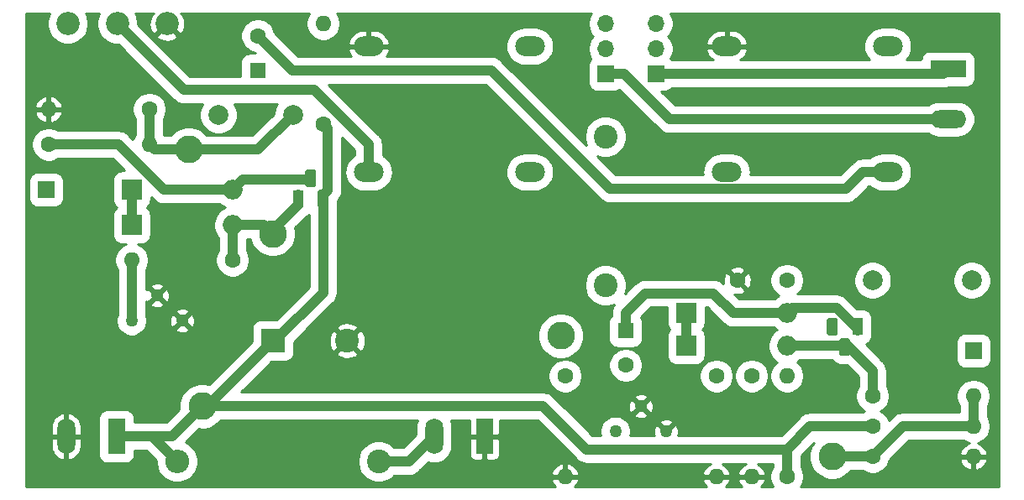
<source format=gbr>
%TF.GenerationSoftware,KiCad,Pcbnew,(5.1.5-0-10_14)*%
%TF.CreationDate,2020-09-13T21:21:23+01:00*%
%TF.ProjectId,SSFXPCB,53534658-5043-4422-9e6b-696361645f70,rev?*%
%TF.SameCoordinates,Original*%
%TF.FileFunction,Copper,L1,Top*%
%TF.FilePolarity,Positive*%
%FSLAX46Y46*%
G04 Gerber Fmt 4.6, Leading zero omitted, Abs format (unit mm)*
G04 Created by KiCad (PCBNEW (5.1.5-0-10_14)) date 2020-09-13 21:21:23*
%MOMM*%
%LPD*%
G04 APERTURE LIST*
%ADD10O,3.000000X2.000000*%
%ADD11C,2.340000*%
%ADD12C,1.260000*%
%ADD13C,1.600000*%
%ADD14R,2.000000X2.000000*%
%ADD15O,2.000000X2.000000*%
%ADD16O,1.600000X1.600000*%
%ADD17C,2.000000*%
%ADD18R,2.400000X2.400000*%
%ADD19C,2.400000*%
%ADD20R,1.800000X3.600000*%
%ADD21O,1.800000X3.600000*%
%ADD22R,1.600000X1.600000*%
%ADD23R,1.100000X1.800000*%
%ADD24C,0.100000*%
%ADD25C,2.800000*%
%ADD26O,3.600000X1.800000*%
%ADD27R,3.600000X1.800000*%
%ADD28O,2.400000X2.400000*%
%ADD29O,1.700000X1.700000*%
%ADD30R,1.700000X1.700000*%
%ADD31C,1.000000*%
%ADD32C,0.254000*%
G04 APERTURE END LIST*
D10*
X187452000Y-52070000D03*
X171222000Y-52070000D03*
X187452000Y-64770000D03*
X171222000Y-64770000D03*
X151371000Y-52070000D03*
X135141000Y-52070000D03*
X151371000Y-64770000D03*
X135141000Y-64770000D03*
D11*
X114808000Y-49784000D03*
X109808000Y-49784000D03*
X104808000Y-49784000D03*
D12*
X165100000Y-90932000D03*
X162560000Y-88392000D03*
X160020000Y-90932000D03*
D13*
X177292000Y-75692000D03*
X172292000Y-75692000D03*
D14*
X167132000Y-79000000D03*
D15*
X177292000Y-79000000D03*
D16*
X196088000Y-87376000D03*
D13*
X185928000Y-87376000D03*
D17*
X127500000Y-59000000D03*
X120000000Y-59000000D03*
D18*
X125476000Y-81788000D03*
D19*
X132976000Y-81788000D03*
D20*
X109728000Y-91440000D03*
D21*
X104648000Y-91440000D03*
X141732000Y-91440000D03*
D20*
X146812000Y-91440000D03*
D12*
X116332000Y-79756000D03*
X113792000Y-77216000D03*
X111252000Y-79756000D03*
D22*
X123952000Y-54500000D03*
D13*
X123952000Y-51000000D03*
D19*
X159004000Y-76200000D03*
X159004000Y-61200000D03*
D22*
X161036000Y-80772000D03*
D13*
X161036000Y-84272000D03*
D17*
X185928000Y-75692000D03*
X195928000Y-75692000D03*
D15*
X121412000Y-66548000D03*
D14*
X111252000Y-66548000D03*
X111252000Y-70104000D03*
D15*
X121412000Y-70104000D03*
X177292000Y-82296000D03*
D14*
X167132000Y-82296000D03*
D13*
X130556000Y-59944000D03*
D16*
X130556000Y-49784000D03*
D13*
X113030000Y-58420000D03*
D16*
X102870000Y-58420000D03*
D13*
X102870000Y-61976000D03*
D16*
X113030000Y-61976000D03*
X111252000Y-73660000D03*
D13*
X121412000Y-73660000D03*
D16*
X170180000Y-95504000D03*
D13*
X170180000Y-85344000D03*
X185928000Y-90424000D03*
D16*
X196088000Y-90424000D03*
X196088000Y-93472000D03*
D13*
X185928000Y-93472000D03*
D16*
X177292000Y-85344000D03*
D13*
X177292000Y-95504000D03*
D16*
X154940000Y-95504000D03*
D13*
X154940000Y-85344000D03*
X173736000Y-85344000D03*
D16*
X173736000Y-95504000D03*
D23*
X128016000Y-67456000D03*
%TA.AperFunction,ComponentPad*%
D24*
G36*
X130857955Y-66557324D02*
G01*
X130884650Y-66561284D01*
X130910828Y-66567841D01*
X130936238Y-66576933D01*
X130960634Y-66588472D01*
X130983782Y-66602346D01*
X131005458Y-66618422D01*
X131025454Y-66636546D01*
X131043578Y-66656542D01*
X131059654Y-66678218D01*
X131073528Y-66701366D01*
X131085067Y-66725762D01*
X131094159Y-66751172D01*
X131100716Y-66777350D01*
X131104676Y-66804045D01*
X131106000Y-66831000D01*
X131106000Y-68081000D01*
X131104676Y-68107955D01*
X131100716Y-68134650D01*
X131094159Y-68160828D01*
X131085067Y-68186238D01*
X131073528Y-68210634D01*
X131059654Y-68233782D01*
X131043578Y-68255458D01*
X131025454Y-68275454D01*
X131005458Y-68293578D01*
X130983782Y-68309654D01*
X130960634Y-68323528D01*
X130936238Y-68335067D01*
X130910828Y-68344159D01*
X130884650Y-68350716D01*
X130857955Y-68354676D01*
X130831000Y-68356000D01*
X130281000Y-68356000D01*
X130254045Y-68354676D01*
X130227350Y-68350716D01*
X130201172Y-68344159D01*
X130175762Y-68335067D01*
X130151366Y-68323528D01*
X130128218Y-68309654D01*
X130106542Y-68293578D01*
X130086546Y-68275454D01*
X130068422Y-68255458D01*
X130052346Y-68233782D01*
X130038472Y-68210634D01*
X130026933Y-68186238D01*
X130017841Y-68160828D01*
X130011284Y-68134650D01*
X130007324Y-68107955D01*
X130006000Y-68081000D01*
X130006000Y-66831000D01*
X130007324Y-66804045D01*
X130011284Y-66777350D01*
X130017841Y-66751172D01*
X130026933Y-66725762D01*
X130038472Y-66701366D01*
X130052346Y-66678218D01*
X130068422Y-66656542D01*
X130086546Y-66636546D01*
X130106542Y-66618422D01*
X130128218Y-66602346D01*
X130151366Y-66588472D01*
X130175762Y-66576933D01*
X130201172Y-66567841D01*
X130227350Y-66561284D01*
X130254045Y-66557324D01*
X130281000Y-66556000D01*
X130831000Y-66556000D01*
X130857955Y-66557324D01*
G37*
%TD.AperFunction*%
%TA.AperFunction,ComponentPad*%
G36*
X129587955Y-64487324D02*
G01*
X129614650Y-64491284D01*
X129640828Y-64497841D01*
X129666238Y-64506933D01*
X129690634Y-64518472D01*
X129713782Y-64532346D01*
X129735458Y-64548422D01*
X129755454Y-64566546D01*
X129773578Y-64586542D01*
X129789654Y-64608218D01*
X129803528Y-64631366D01*
X129815067Y-64655762D01*
X129824159Y-64681172D01*
X129830716Y-64707350D01*
X129834676Y-64734045D01*
X129836000Y-64761000D01*
X129836000Y-66011000D01*
X129834676Y-66037955D01*
X129830716Y-66064650D01*
X129824159Y-66090828D01*
X129815067Y-66116238D01*
X129803528Y-66140634D01*
X129789654Y-66163782D01*
X129773578Y-66185458D01*
X129755454Y-66205454D01*
X129735458Y-66223578D01*
X129713782Y-66239654D01*
X129690634Y-66253528D01*
X129666238Y-66265067D01*
X129640828Y-66274159D01*
X129614650Y-66280716D01*
X129587955Y-66284676D01*
X129561000Y-66286000D01*
X129011000Y-66286000D01*
X128984045Y-66284676D01*
X128957350Y-66280716D01*
X128931172Y-66274159D01*
X128905762Y-66265067D01*
X128881366Y-66253528D01*
X128858218Y-66239654D01*
X128836542Y-66223578D01*
X128816546Y-66205454D01*
X128798422Y-66185458D01*
X128782346Y-66163782D01*
X128768472Y-66140634D01*
X128756933Y-66116238D01*
X128747841Y-66090828D01*
X128741284Y-66064650D01*
X128737324Y-66037955D01*
X128736000Y-66011000D01*
X128736000Y-64761000D01*
X128737324Y-64734045D01*
X128741284Y-64707350D01*
X128747841Y-64681172D01*
X128756933Y-64655762D01*
X128768472Y-64631366D01*
X128782346Y-64608218D01*
X128798422Y-64586542D01*
X128816546Y-64566546D01*
X128836542Y-64548422D01*
X128858218Y-64532346D01*
X128881366Y-64518472D01*
X128905762Y-64506933D01*
X128931172Y-64497841D01*
X128957350Y-64491284D01*
X128984045Y-64487324D01*
X129011000Y-64486000D01*
X129561000Y-64486000D01*
X129587955Y-64487324D01*
G37*
%TD.AperFunction*%
%TA.AperFunction,ComponentPad*%
G36*
X183435955Y-81543324D02*
G01*
X183462650Y-81547284D01*
X183488828Y-81553841D01*
X183514238Y-81562933D01*
X183538634Y-81574472D01*
X183561782Y-81588346D01*
X183583458Y-81604422D01*
X183603454Y-81622546D01*
X183621578Y-81642542D01*
X183637654Y-81664218D01*
X183651528Y-81687366D01*
X183663067Y-81711762D01*
X183672159Y-81737172D01*
X183678716Y-81763350D01*
X183682676Y-81790045D01*
X183684000Y-81817000D01*
X183684000Y-83067000D01*
X183682676Y-83093955D01*
X183678716Y-83120650D01*
X183672159Y-83146828D01*
X183663067Y-83172238D01*
X183651528Y-83196634D01*
X183637654Y-83219782D01*
X183621578Y-83241458D01*
X183603454Y-83261454D01*
X183583458Y-83279578D01*
X183561782Y-83295654D01*
X183538634Y-83309528D01*
X183514238Y-83321067D01*
X183488828Y-83330159D01*
X183462650Y-83336716D01*
X183435955Y-83340676D01*
X183409000Y-83342000D01*
X182859000Y-83342000D01*
X182832045Y-83340676D01*
X182805350Y-83336716D01*
X182779172Y-83330159D01*
X182753762Y-83321067D01*
X182729366Y-83309528D01*
X182706218Y-83295654D01*
X182684542Y-83279578D01*
X182664546Y-83261454D01*
X182646422Y-83241458D01*
X182630346Y-83219782D01*
X182616472Y-83196634D01*
X182604933Y-83172238D01*
X182595841Y-83146828D01*
X182589284Y-83120650D01*
X182585324Y-83093955D01*
X182584000Y-83067000D01*
X182584000Y-81817000D01*
X182585324Y-81790045D01*
X182589284Y-81763350D01*
X182595841Y-81737172D01*
X182604933Y-81711762D01*
X182616472Y-81687366D01*
X182630346Y-81664218D01*
X182646422Y-81642542D01*
X182664546Y-81622546D01*
X182684542Y-81604422D01*
X182706218Y-81588346D01*
X182729366Y-81574472D01*
X182753762Y-81562933D01*
X182779172Y-81553841D01*
X182805350Y-81547284D01*
X182832045Y-81543324D01*
X182859000Y-81542000D01*
X183409000Y-81542000D01*
X183435955Y-81543324D01*
G37*
%TD.AperFunction*%
%TA.AperFunction,ComponentPad*%
G36*
X182165955Y-79473324D02*
G01*
X182192650Y-79477284D01*
X182218828Y-79483841D01*
X182244238Y-79492933D01*
X182268634Y-79504472D01*
X182291782Y-79518346D01*
X182313458Y-79534422D01*
X182333454Y-79552546D01*
X182351578Y-79572542D01*
X182367654Y-79594218D01*
X182381528Y-79617366D01*
X182393067Y-79641762D01*
X182402159Y-79667172D01*
X182408716Y-79693350D01*
X182412676Y-79720045D01*
X182414000Y-79747000D01*
X182414000Y-80997000D01*
X182412676Y-81023955D01*
X182408716Y-81050650D01*
X182402159Y-81076828D01*
X182393067Y-81102238D01*
X182381528Y-81126634D01*
X182367654Y-81149782D01*
X182351578Y-81171458D01*
X182333454Y-81191454D01*
X182313458Y-81209578D01*
X182291782Y-81225654D01*
X182268634Y-81239528D01*
X182244238Y-81251067D01*
X182218828Y-81260159D01*
X182192650Y-81266716D01*
X182165955Y-81270676D01*
X182139000Y-81272000D01*
X181589000Y-81272000D01*
X181562045Y-81270676D01*
X181535350Y-81266716D01*
X181509172Y-81260159D01*
X181483762Y-81251067D01*
X181459366Y-81239528D01*
X181436218Y-81225654D01*
X181414542Y-81209578D01*
X181394546Y-81191454D01*
X181376422Y-81171458D01*
X181360346Y-81149782D01*
X181346472Y-81126634D01*
X181334933Y-81102238D01*
X181325841Y-81076828D01*
X181319284Y-81050650D01*
X181315324Y-81023955D01*
X181314000Y-80997000D01*
X181314000Y-79747000D01*
X181315324Y-79720045D01*
X181319284Y-79693350D01*
X181325841Y-79667172D01*
X181334933Y-79641762D01*
X181346472Y-79617366D01*
X181360346Y-79594218D01*
X181376422Y-79572542D01*
X181394546Y-79552546D01*
X181414542Y-79534422D01*
X181436218Y-79518346D01*
X181459366Y-79504472D01*
X181483762Y-79492933D01*
X181509172Y-79483841D01*
X181535350Y-79477284D01*
X181562045Y-79473324D01*
X181589000Y-79472000D01*
X182139000Y-79472000D01*
X182165955Y-79473324D01*
G37*
%TD.AperFunction*%
D23*
X184404000Y-80372000D03*
D25*
X117000000Y-62500000D03*
X125476000Y-71000000D03*
X181864000Y-93472000D03*
X118364000Y-88392000D03*
X154500000Y-81280000D03*
D26*
X193548000Y-59436000D03*
D27*
X193548000Y-54356000D03*
D19*
X136144000Y-93980000D03*
D28*
X115824000Y-93980000D03*
D29*
X159004000Y-49784000D03*
X159004000Y-52324000D03*
D30*
X159004000Y-54864000D03*
X164084000Y-54864000D03*
D29*
X164084000Y-52324000D03*
X164084000Y-49784000D03*
D30*
X102616000Y-66548000D03*
X196088000Y-82804000D03*
D31*
X113030000Y-61976000D02*
X113030000Y-58420000D01*
X124000000Y-62500000D02*
X127500000Y-59000000D01*
X113554000Y-62500000D02*
X124000000Y-62500000D01*
X113030000Y-61976000D02*
X113554000Y-62500000D01*
X184952000Y-64770000D02*
X187452000Y-64770000D01*
X147500000Y-54500000D02*
X159470010Y-66470010D01*
X123952000Y-51000000D02*
X127452000Y-54500000D01*
X127452000Y-54500000D02*
X147500000Y-54500000D01*
X183251990Y-66470010D02*
X184952000Y-64770000D01*
X159470010Y-66470010D02*
X183251990Y-66470010D01*
X111252000Y-79756000D02*
X111252000Y-73660000D01*
X113284000Y-91440000D02*
X115824000Y-93980000D01*
X109728000Y-91440000D02*
X113284000Y-91440000D01*
X118872000Y-88392000D02*
X125476000Y-81788000D01*
X152719998Y-88392000D02*
X157097999Y-92770001D01*
X118872000Y-88392000D02*
X152719998Y-88392000D01*
X177292000Y-95504000D02*
X177292000Y-92770001D01*
X157097999Y-92770001D02*
X177292000Y-92770001D01*
X179638001Y-90424000D02*
X177292000Y-92770001D01*
X185928000Y-90424000D02*
X179638001Y-90424000D01*
X115316000Y-91440000D02*
X118364000Y-88392000D01*
X113284000Y-91440000D02*
X115316000Y-91440000D01*
X130556000Y-76944000D02*
X130556000Y-67056000D01*
X125712000Y-81788000D02*
X130556000Y-76944000D01*
X125476000Y-81788000D02*
X125712000Y-81788000D01*
X131000000Y-60388000D02*
X130556000Y-59944000D01*
X131000000Y-66612000D02*
X131000000Y-60388000D01*
X130556000Y-67056000D02*
X131000000Y-66612000D01*
X184404000Y-80633126D02*
X184404000Y-80772000D01*
X177292000Y-79000000D02*
X177792000Y-78500000D01*
X182270874Y-78500000D02*
X184404000Y-80633126D01*
X171879998Y-79000000D02*
X177292000Y-79000000D01*
X177792000Y-78500000D02*
X182270874Y-78500000D01*
X163008000Y-77000000D02*
X169879998Y-77000000D01*
X161036000Y-78972000D02*
X163008000Y-77000000D01*
X169879998Y-77000000D02*
X171879998Y-79000000D01*
X161036000Y-80772000D02*
X161036000Y-78972000D01*
X139192000Y-93980000D02*
X141732000Y-91440000D01*
X136144000Y-93980000D02*
X139192000Y-93980000D01*
X121412000Y-73660000D02*
X121412000Y-70104000D01*
X128016000Y-68072000D02*
X128016000Y-67056000D01*
X125476000Y-71000000D02*
X125476000Y-70612000D01*
X125476000Y-70612000D02*
X128016000Y-68072000D01*
X124580000Y-70104000D02*
X125476000Y-71000000D01*
X121412000Y-70104000D02*
X124580000Y-70104000D01*
X114476001Y-66548000D02*
X121412000Y-66548000D01*
X109904001Y-61976000D02*
X114476001Y-66548000D01*
X102870000Y-61976000D02*
X109904001Y-61976000D01*
X129000000Y-65500000D02*
X129286000Y-65786000D01*
X122460000Y-65500000D02*
X129000000Y-65500000D01*
X121412000Y-66548000D02*
X122460000Y-65500000D01*
X185928000Y-84836000D02*
X183134000Y-82042000D01*
X185928000Y-87376000D02*
X185928000Y-84836000D01*
X182880000Y-82296000D02*
X183134000Y-82042000D01*
X177292000Y-82296000D02*
X182880000Y-82296000D01*
X185928000Y-93472000D02*
X188976000Y-90424000D01*
X196088000Y-90424000D02*
X188976000Y-90424000D01*
X196088000Y-90424000D02*
X196088000Y-87376000D01*
X185928000Y-93472000D02*
X181864000Y-93472000D01*
X111252000Y-66548000D02*
X111252000Y-70104000D01*
X167132000Y-82296000D02*
X167132000Y-79248000D01*
X165426000Y-59436000D02*
X193548000Y-59436000D01*
X160854000Y-54864000D02*
X165426000Y-59436000D01*
X159004000Y-54864000D02*
X160854000Y-54864000D01*
X193040000Y-54864000D02*
X193548000Y-54356000D01*
X164084000Y-54864000D02*
X193040000Y-54864000D01*
X116524000Y-56500000D02*
X109808000Y-49784000D01*
X129666001Y-56500000D02*
X116524000Y-56500000D01*
X135141000Y-61974999D02*
X129666001Y-56500000D01*
X135141000Y-64770000D02*
X135141000Y-61974999D01*
D32*
G36*
X102949663Y-48790698D02*
G01*
X102791587Y-49172328D01*
X102711000Y-49577464D01*
X102711000Y-49990536D01*
X102791587Y-50395672D01*
X102949663Y-50777302D01*
X103179154Y-51120759D01*
X103471241Y-51412846D01*
X103814698Y-51642337D01*
X104196328Y-51800413D01*
X104601464Y-51881000D01*
X105014536Y-51881000D01*
X105419672Y-51800413D01*
X105801302Y-51642337D01*
X106144759Y-51412846D01*
X106436846Y-51120759D01*
X106666337Y-50777302D01*
X106824413Y-50395672D01*
X106905000Y-49990536D01*
X106905000Y-49577464D01*
X106824413Y-49172328D01*
X106666337Y-48790698D01*
X106641816Y-48754000D01*
X107974184Y-48754000D01*
X107949663Y-48790698D01*
X107791587Y-49172328D01*
X107711000Y-49577464D01*
X107711000Y-49990536D01*
X107791587Y-50395672D01*
X107949663Y-50777302D01*
X108179154Y-51120759D01*
X108471241Y-51412846D01*
X108814698Y-51642337D01*
X109196328Y-51800413D01*
X109601464Y-51881000D01*
X109886918Y-51881000D01*
X115465390Y-57459472D01*
X115510077Y-57513923D01*
X115727366Y-57692248D01*
X115975269Y-57824755D01*
X116244259Y-57906352D01*
X116453902Y-57927000D01*
X116453911Y-57927000D01*
X116523999Y-57933903D01*
X116594087Y-57927000D01*
X118399372Y-57927000D01*
X118292315Y-58087223D01*
X118147053Y-58437915D01*
X118073000Y-58810207D01*
X118073000Y-59189793D01*
X118147053Y-59562085D01*
X118292315Y-59912777D01*
X118503201Y-60228391D01*
X118771609Y-60496799D01*
X119087223Y-60707685D01*
X119437915Y-60852947D01*
X119810207Y-60927000D01*
X120189793Y-60927000D01*
X120562085Y-60852947D01*
X120912777Y-60707685D01*
X121228391Y-60496799D01*
X121496799Y-60228391D01*
X121707685Y-59912777D01*
X121852947Y-59562085D01*
X121927000Y-59189793D01*
X121927000Y-58810207D01*
X121852947Y-58437915D01*
X121707685Y-58087223D01*
X121600628Y-57927000D01*
X125899372Y-57927000D01*
X125792315Y-58087223D01*
X125647053Y-58437915D01*
X125573000Y-58810207D01*
X125573000Y-58908918D01*
X123408918Y-61073000D01*
X118845168Y-61073000D01*
X118807499Y-61016624D01*
X118483376Y-60692501D01*
X118102248Y-60437840D01*
X117678761Y-60262426D01*
X117229189Y-60173000D01*
X116770811Y-60173000D01*
X116321239Y-60262426D01*
X115897752Y-60437840D01*
X115516624Y-60692501D01*
X115192501Y-61016624D01*
X115154832Y-61073000D01*
X114503679Y-61073000D01*
X114457000Y-61003140D01*
X114457000Y-59392860D01*
X114560447Y-59238041D01*
X114690632Y-58923747D01*
X114757000Y-58590095D01*
X114757000Y-58249905D01*
X114690632Y-57916253D01*
X114560447Y-57601959D01*
X114371448Y-57319102D01*
X114130898Y-57078552D01*
X113848041Y-56889553D01*
X113533747Y-56759368D01*
X113200095Y-56693000D01*
X112859905Y-56693000D01*
X112526253Y-56759368D01*
X112211959Y-56889553D01*
X111929102Y-57078552D01*
X111688552Y-57319102D01*
X111499553Y-57601959D01*
X111369368Y-57916253D01*
X111303000Y-58249905D01*
X111303000Y-58590095D01*
X111369368Y-58923747D01*
X111499553Y-59238041D01*
X111603001Y-59392861D01*
X111603000Y-61003139D01*
X111499553Y-61157959D01*
X111383710Y-61437627D01*
X110962611Y-61016528D01*
X110917924Y-60962077D01*
X110700635Y-60783752D01*
X110452732Y-60651245D01*
X110183742Y-60569648D01*
X109974099Y-60549000D01*
X109974089Y-60549000D01*
X109904001Y-60542097D01*
X109833913Y-60549000D01*
X103842860Y-60549000D01*
X103688041Y-60445553D01*
X103373747Y-60315368D01*
X103040095Y-60249000D01*
X102699905Y-60249000D01*
X102366253Y-60315368D01*
X102051959Y-60445553D01*
X101769102Y-60634552D01*
X101528552Y-60875102D01*
X101339553Y-61157959D01*
X101209368Y-61472253D01*
X101143000Y-61805905D01*
X101143000Y-62146095D01*
X101209368Y-62479747D01*
X101339553Y-62794041D01*
X101528552Y-63076898D01*
X101769102Y-63317448D01*
X102051959Y-63506447D01*
X102366253Y-63636632D01*
X102699905Y-63703000D01*
X103040095Y-63703000D01*
X103373747Y-63636632D01*
X103688041Y-63506447D01*
X103842860Y-63403000D01*
X109312919Y-63403000D01*
X110526434Y-64616515D01*
X110252000Y-64616515D01*
X110070276Y-64634413D01*
X109895536Y-64687420D01*
X109734495Y-64773499D01*
X109593341Y-64889341D01*
X109477499Y-65030495D01*
X109391420Y-65191536D01*
X109338413Y-65366276D01*
X109320515Y-65548000D01*
X109320515Y-67548000D01*
X109338413Y-67729724D01*
X109391420Y-67904464D01*
X109477499Y-68065505D01*
X109593341Y-68206659D01*
X109734495Y-68322501D01*
X109741041Y-68326000D01*
X109734495Y-68329499D01*
X109593341Y-68445341D01*
X109477499Y-68586495D01*
X109391420Y-68747536D01*
X109338413Y-68922276D01*
X109320515Y-69104000D01*
X109320515Y-71104000D01*
X109338413Y-71285724D01*
X109391420Y-71460464D01*
X109477499Y-71621505D01*
X109593341Y-71762659D01*
X109734495Y-71878501D01*
X109895536Y-71964580D01*
X110070276Y-72017587D01*
X110252000Y-72035485D01*
X110661059Y-72035485D01*
X110433959Y-72129553D01*
X110151102Y-72318552D01*
X109910552Y-72559102D01*
X109721553Y-72841959D01*
X109591368Y-73156253D01*
X109525000Y-73489905D01*
X109525000Y-73830095D01*
X109591368Y-74163747D01*
X109721553Y-74478041D01*
X109825001Y-74632862D01*
X109825000Y-79132444D01*
X109754834Y-79301840D01*
X109695000Y-79602649D01*
X109695000Y-79909351D01*
X109754834Y-80210160D01*
X109872204Y-80493516D01*
X110042599Y-80748530D01*
X110259470Y-80965401D01*
X110514484Y-81135796D01*
X110797840Y-81253166D01*
X111098649Y-81313000D01*
X111405351Y-81313000D01*
X111706160Y-81253166D01*
X111989516Y-81135796D01*
X112244530Y-80965401D01*
X112461401Y-80748530D01*
X112542455Y-80627224D01*
X115640381Y-80627224D01*
X115691337Y-80853862D01*
X115917830Y-80957754D01*
X116160238Y-81015463D01*
X116409248Y-81024772D01*
X116655289Y-80985323D01*
X116888905Y-80898632D01*
X116972663Y-80853862D01*
X117023619Y-80627224D01*
X116332000Y-79935605D01*
X115640381Y-80627224D01*
X112542455Y-80627224D01*
X112631796Y-80493516D01*
X112749166Y-80210160D01*
X112809000Y-79909351D01*
X112809000Y-79833248D01*
X115063228Y-79833248D01*
X115102677Y-80079289D01*
X115189368Y-80312905D01*
X115234138Y-80396663D01*
X115460776Y-80447619D01*
X116152395Y-79756000D01*
X116511605Y-79756000D01*
X117203224Y-80447619D01*
X117429862Y-80396663D01*
X117533754Y-80170170D01*
X117591463Y-79927762D01*
X117600772Y-79678752D01*
X117561323Y-79432711D01*
X117474632Y-79199095D01*
X117429862Y-79115337D01*
X117203224Y-79064381D01*
X116511605Y-79756000D01*
X116152395Y-79756000D01*
X115460776Y-79064381D01*
X115234138Y-79115337D01*
X115130246Y-79341830D01*
X115072537Y-79584238D01*
X115063228Y-79833248D01*
X112809000Y-79833248D01*
X112809000Y-79602649D01*
X112749166Y-79301840D01*
X112679000Y-79132444D01*
X112679000Y-78884776D01*
X115640381Y-78884776D01*
X116332000Y-79576395D01*
X117023619Y-78884776D01*
X116972663Y-78658138D01*
X116746170Y-78554246D01*
X116503762Y-78496537D01*
X116254752Y-78487228D01*
X116008711Y-78526677D01*
X115775095Y-78613368D01*
X115691337Y-78658138D01*
X115640381Y-78884776D01*
X112679000Y-78884776D01*
X112679000Y-78087224D01*
X113100381Y-78087224D01*
X113151337Y-78313862D01*
X113377830Y-78417754D01*
X113620238Y-78475463D01*
X113869248Y-78484772D01*
X114115289Y-78445323D01*
X114348905Y-78358632D01*
X114432663Y-78313862D01*
X114483619Y-78087224D01*
X113792000Y-77395605D01*
X113100381Y-78087224D01*
X112679000Y-78087224D01*
X112679000Y-77828342D01*
X112694138Y-77856663D01*
X112920776Y-77907619D01*
X113612395Y-77216000D01*
X113971605Y-77216000D01*
X114663224Y-77907619D01*
X114889862Y-77856663D01*
X114993754Y-77630170D01*
X115051463Y-77387762D01*
X115060772Y-77138752D01*
X115021323Y-76892711D01*
X114934632Y-76659095D01*
X114889862Y-76575337D01*
X114663224Y-76524381D01*
X113971605Y-77216000D01*
X113612395Y-77216000D01*
X112920776Y-76524381D01*
X112694138Y-76575337D01*
X112679000Y-76608339D01*
X112679000Y-76344776D01*
X113100381Y-76344776D01*
X113792000Y-77036395D01*
X114483619Y-76344776D01*
X114432663Y-76118138D01*
X114206170Y-76014246D01*
X113963762Y-75956537D01*
X113714752Y-75947228D01*
X113468711Y-75986677D01*
X113235095Y-76073368D01*
X113151337Y-76118138D01*
X113100381Y-76344776D01*
X112679000Y-76344776D01*
X112679000Y-74632860D01*
X112782447Y-74478041D01*
X112912632Y-74163747D01*
X112979000Y-73830095D01*
X112979000Y-73489905D01*
X112912632Y-73156253D01*
X112782447Y-72841959D01*
X112593448Y-72559102D01*
X112352898Y-72318552D01*
X112070041Y-72129553D01*
X111842941Y-72035485D01*
X112252000Y-72035485D01*
X112433724Y-72017587D01*
X112608464Y-71964580D01*
X112769505Y-71878501D01*
X112910659Y-71762659D01*
X113026501Y-71621505D01*
X113112580Y-71460464D01*
X113165587Y-71285724D01*
X113183485Y-71104000D01*
X113183485Y-69104000D01*
X113165587Y-68922276D01*
X113112580Y-68747536D01*
X113026501Y-68586495D01*
X112910659Y-68445341D01*
X112769505Y-68329499D01*
X112762959Y-68326000D01*
X112769505Y-68322501D01*
X112910659Y-68206659D01*
X113026501Y-68065505D01*
X113112580Y-67904464D01*
X113165587Y-67729724D01*
X113183485Y-67548000D01*
X113183485Y-67273566D01*
X113417391Y-67507472D01*
X113462078Y-67561923D01*
X113679367Y-67740248D01*
X113927270Y-67872755D01*
X114196260Y-67954352D01*
X114405903Y-67975000D01*
X114405912Y-67975000D01*
X114476000Y-67981903D01*
X114546088Y-67975000D01*
X120113810Y-67975000D01*
X120183609Y-68044799D01*
X120499223Y-68255685D01*
X120668978Y-68326000D01*
X120499223Y-68396315D01*
X120183609Y-68607201D01*
X119915201Y-68875609D01*
X119704315Y-69191223D01*
X119559053Y-69541915D01*
X119485000Y-69914207D01*
X119485000Y-70293793D01*
X119559053Y-70666085D01*
X119704315Y-71016777D01*
X119915201Y-71332391D01*
X119985001Y-71402191D01*
X119985000Y-72687139D01*
X119881553Y-72841959D01*
X119751368Y-73156253D01*
X119685000Y-73489905D01*
X119685000Y-73830095D01*
X119751368Y-74163747D01*
X119881553Y-74478041D01*
X120070552Y-74760898D01*
X120311102Y-75001448D01*
X120593959Y-75190447D01*
X120908253Y-75320632D01*
X121241905Y-75387000D01*
X121582095Y-75387000D01*
X121915747Y-75320632D01*
X122230041Y-75190447D01*
X122512898Y-75001448D01*
X122753448Y-74760898D01*
X122942447Y-74478041D01*
X123072632Y-74163747D01*
X123139000Y-73830095D01*
X123139000Y-73489905D01*
X123072632Y-73156253D01*
X122942447Y-72841959D01*
X122839000Y-72687140D01*
X122839000Y-71531000D01*
X123209034Y-71531000D01*
X123238426Y-71678761D01*
X123413840Y-72102248D01*
X123668501Y-72483376D01*
X123992624Y-72807499D01*
X124373752Y-73062160D01*
X124797239Y-73237574D01*
X125246811Y-73327000D01*
X125705189Y-73327000D01*
X126154761Y-73237574D01*
X126578248Y-73062160D01*
X126959376Y-72807499D01*
X127283499Y-72483376D01*
X127538160Y-72102248D01*
X127713574Y-71678761D01*
X127803000Y-71229189D01*
X127803000Y-70770811D01*
X127725398Y-70380684D01*
X128875149Y-69230933D01*
X128922464Y-69216580D01*
X129083505Y-69130501D01*
X129129001Y-69093164D01*
X129129000Y-76352918D01*
X125825403Y-79656515D01*
X124276000Y-79656515D01*
X124094276Y-79674413D01*
X123919536Y-79727420D01*
X123758495Y-79813499D01*
X123617341Y-79929341D01*
X123501499Y-80070495D01*
X123415420Y-80231536D01*
X123362413Y-80406276D01*
X123344515Y-80588000D01*
X123344515Y-81901403D01*
X119077219Y-86168699D01*
X119042761Y-86154426D01*
X118593189Y-86065000D01*
X118134811Y-86065000D01*
X117685239Y-86154426D01*
X117261752Y-86329840D01*
X116880624Y-86584501D01*
X116556501Y-86908624D01*
X116301840Y-87289752D01*
X116126426Y-87713239D01*
X116037000Y-88162811D01*
X116037000Y-88621189D01*
X116050228Y-88687690D01*
X114724918Y-90013000D01*
X113354088Y-90013000D01*
X113284000Y-90006097D01*
X113213912Y-90013000D01*
X111559485Y-90013000D01*
X111559485Y-89640000D01*
X111541587Y-89458276D01*
X111488580Y-89283536D01*
X111402501Y-89122495D01*
X111286659Y-88981341D01*
X111145505Y-88865499D01*
X110984464Y-88779420D01*
X110809724Y-88726413D01*
X110628000Y-88708515D01*
X108828000Y-88708515D01*
X108646276Y-88726413D01*
X108471536Y-88779420D01*
X108310495Y-88865499D01*
X108169341Y-88981341D01*
X108053499Y-89122495D01*
X107967420Y-89283536D01*
X107914413Y-89458276D01*
X107896515Y-89640000D01*
X107896515Y-93240000D01*
X107914413Y-93421724D01*
X107967420Y-93596464D01*
X108053499Y-93757505D01*
X108169341Y-93898659D01*
X108310495Y-94014501D01*
X108471536Y-94100580D01*
X108646276Y-94153587D01*
X108828000Y-94171485D01*
X110628000Y-94171485D01*
X110809724Y-94153587D01*
X110984464Y-94100580D01*
X111145505Y-94014501D01*
X111286659Y-93898659D01*
X111402501Y-93757505D01*
X111488580Y-93596464D01*
X111541587Y-93421724D01*
X111559485Y-93240000D01*
X111559485Y-92867000D01*
X112692918Y-92867000D01*
X113697000Y-93871082D01*
X113697000Y-94189491D01*
X113778739Y-94600423D01*
X113939077Y-94987512D01*
X114171851Y-95335884D01*
X114468116Y-95632149D01*
X114816488Y-95864923D01*
X115203577Y-96025261D01*
X115614509Y-96107000D01*
X116033491Y-96107000D01*
X116444423Y-96025261D01*
X116831512Y-95864923D01*
X117179884Y-95632149D01*
X117476149Y-95335884D01*
X117708923Y-94987512D01*
X117869261Y-94600423D01*
X117951000Y-94189491D01*
X117951000Y-93770509D01*
X117869261Y-93359577D01*
X117708923Y-92972488D01*
X117476149Y-92624116D01*
X117179884Y-92327851D01*
X116831512Y-92095077D01*
X116723673Y-92050409D01*
X118068310Y-90705772D01*
X118134811Y-90719000D01*
X118593189Y-90719000D01*
X119042761Y-90629574D01*
X119466248Y-90454160D01*
X119847376Y-90199499D01*
X120171499Y-89875376D01*
X120209168Y-89819000D01*
X140045770Y-89819000D01*
X140035906Y-89837454D01*
X139931436Y-90181845D01*
X139905000Y-90450245D01*
X139905000Y-91248918D01*
X138600918Y-92553000D01*
X137725033Y-92553000D01*
X137499884Y-92327851D01*
X137151512Y-92095077D01*
X136764423Y-91934739D01*
X136353491Y-91853000D01*
X135934509Y-91853000D01*
X135523577Y-91934739D01*
X135136488Y-92095077D01*
X134788116Y-92327851D01*
X134491851Y-92624116D01*
X134259077Y-92972488D01*
X134098739Y-93359577D01*
X134017000Y-93770509D01*
X134017000Y-94189491D01*
X134098739Y-94600423D01*
X134259077Y-94987512D01*
X134491851Y-95335884D01*
X134788116Y-95632149D01*
X135136488Y-95864923D01*
X135523577Y-96025261D01*
X135934509Y-96107000D01*
X136353491Y-96107000D01*
X136764423Y-96025261D01*
X137151512Y-95864923D01*
X137499884Y-95632149D01*
X137725033Y-95407000D01*
X139121912Y-95407000D01*
X139192000Y-95413903D01*
X139262088Y-95407000D01*
X139262098Y-95407000D01*
X139471741Y-95386352D01*
X139740731Y-95304755D01*
X139988634Y-95172248D01*
X140009699Y-95154960D01*
X153548091Y-95154960D01*
X153669376Y-95377000D01*
X154813000Y-95377000D01*
X154813000Y-94234085D01*
X155067000Y-94234085D01*
X155067000Y-95377000D01*
X156210624Y-95377000D01*
X156331909Y-95154960D01*
X156237070Y-94890119D01*
X156092385Y-94648869D01*
X155903414Y-94440481D01*
X155677420Y-94272963D01*
X155423087Y-94152754D01*
X155289039Y-94112096D01*
X155067000Y-94234085D01*
X154813000Y-94234085D01*
X154590961Y-94112096D01*
X154456913Y-94152754D01*
X154202580Y-94272963D01*
X153976586Y-94440481D01*
X153787615Y-94648869D01*
X153642930Y-94890119D01*
X153548091Y-95154960D01*
X140009699Y-95154960D01*
X140205923Y-94993923D01*
X140250610Y-94939472D01*
X141125003Y-94065079D01*
X141373845Y-94140565D01*
X141732000Y-94175840D01*
X142090154Y-94140565D01*
X142434545Y-94036095D01*
X142751937Y-93866445D01*
X143030135Y-93638135D01*
X143258445Y-93359938D01*
X143322553Y-93240000D01*
X145273928Y-93240000D01*
X145286188Y-93364482D01*
X145322498Y-93484180D01*
X145381463Y-93594494D01*
X145460815Y-93691185D01*
X145557506Y-93770537D01*
X145667820Y-93829502D01*
X145787518Y-93865812D01*
X145912000Y-93878072D01*
X146526250Y-93875000D01*
X146685000Y-93716250D01*
X146685000Y-91567000D01*
X146939000Y-91567000D01*
X146939000Y-93716250D01*
X147097750Y-93875000D01*
X147712000Y-93878072D01*
X147836482Y-93865812D01*
X147956180Y-93829502D01*
X148066494Y-93770537D01*
X148163185Y-93691185D01*
X148242537Y-93594494D01*
X148301502Y-93484180D01*
X148337812Y-93364482D01*
X148350072Y-93240000D01*
X148347000Y-91725750D01*
X148188250Y-91567000D01*
X146939000Y-91567000D01*
X146685000Y-91567000D01*
X145435750Y-91567000D01*
X145277000Y-91725750D01*
X145273928Y-93240000D01*
X143322553Y-93240000D01*
X143428095Y-93042546D01*
X143532565Y-92698155D01*
X143559000Y-92429755D01*
X143559000Y-90450245D01*
X143532565Y-90181845D01*
X143428095Y-89837454D01*
X143418231Y-89819000D01*
X145274291Y-89819000D01*
X145277000Y-91154250D01*
X145435750Y-91313000D01*
X146685000Y-91313000D01*
X146685000Y-91293000D01*
X146939000Y-91293000D01*
X146939000Y-91313000D01*
X148188250Y-91313000D01*
X148347000Y-91154250D01*
X148349709Y-89819000D01*
X152128916Y-89819000D01*
X156039389Y-93729473D01*
X156084076Y-93783924D01*
X156301365Y-93962249D01*
X156549268Y-94094756D01*
X156818258Y-94176353D01*
X157027901Y-94197001D01*
X157027910Y-94197001D01*
X157097998Y-94203904D01*
X157168086Y-94197001D01*
X169603297Y-94197001D01*
X169442580Y-94272963D01*
X169216586Y-94440481D01*
X169027615Y-94648869D01*
X168882930Y-94890119D01*
X168788091Y-95154960D01*
X168909376Y-95377000D01*
X170053000Y-95377000D01*
X170053000Y-95357000D01*
X170307000Y-95357000D01*
X170307000Y-95377000D01*
X171450624Y-95377000D01*
X171571909Y-95154960D01*
X171477070Y-94890119D01*
X171332385Y-94648869D01*
X171143414Y-94440481D01*
X170917420Y-94272963D01*
X170756703Y-94197001D01*
X173159297Y-94197001D01*
X172998580Y-94272963D01*
X172772586Y-94440481D01*
X172583615Y-94648869D01*
X172438930Y-94890119D01*
X172344091Y-95154960D01*
X172465376Y-95377000D01*
X173609000Y-95377000D01*
X173609000Y-95357000D01*
X173863000Y-95357000D01*
X173863000Y-95377000D01*
X175006624Y-95377000D01*
X175127909Y-95154960D01*
X175033070Y-94890119D01*
X174888385Y-94648869D01*
X174699414Y-94440481D01*
X174473420Y-94272963D01*
X174312703Y-94197001D01*
X175865000Y-94197001D01*
X175865000Y-94531139D01*
X175761553Y-94685959D01*
X175631368Y-95000253D01*
X175565000Y-95333905D01*
X175565000Y-95674095D01*
X175631368Y-96007747D01*
X175761553Y-96322041D01*
X175903179Y-96534000D01*
X174729810Y-96534000D01*
X174888385Y-96359131D01*
X175033070Y-96117881D01*
X175127909Y-95853040D01*
X175006624Y-95631000D01*
X173863000Y-95631000D01*
X173863000Y-95651000D01*
X173609000Y-95651000D01*
X173609000Y-95631000D01*
X172465376Y-95631000D01*
X172344091Y-95853040D01*
X172438930Y-96117881D01*
X172583615Y-96359131D01*
X172742190Y-96534000D01*
X171173810Y-96534000D01*
X171332385Y-96359131D01*
X171477070Y-96117881D01*
X171571909Y-95853040D01*
X171450624Y-95631000D01*
X170307000Y-95631000D01*
X170307000Y-95651000D01*
X170053000Y-95651000D01*
X170053000Y-95631000D01*
X168909376Y-95631000D01*
X168788091Y-95853040D01*
X168882930Y-96117881D01*
X169027615Y-96359131D01*
X169186190Y-96534000D01*
X155933810Y-96534000D01*
X156092385Y-96359131D01*
X156237070Y-96117881D01*
X156331909Y-95853040D01*
X156210624Y-95631000D01*
X155067000Y-95631000D01*
X155067000Y-95651000D01*
X154813000Y-95651000D01*
X154813000Y-95631000D01*
X153669376Y-95631000D01*
X153548091Y-95853040D01*
X153642930Y-96117881D01*
X153787615Y-96359131D01*
X153946190Y-96534000D01*
X100570000Y-96534000D01*
X100570000Y-91567000D01*
X103113000Y-91567000D01*
X103113000Y-92467000D01*
X103167271Y-92764023D01*
X103278446Y-93044751D01*
X103442252Y-93298396D01*
X103652394Y-93515210D01*
X103900796Y-93686862D01*
X104177913Y-93806755D01*
X104283260Y-93831036D01*
X104521000Y-93710378D01*
X104521000Y-91567000D01*
X104775000Y-91567000D01*
X104775000Y-93710378D01*
X105012740Y-93831036D01*
X105118087Y-93806755D01*
X105395204Y-93686862D01*
X105643606Y-93515210D01*
X105853748Y-93298396D01*
X106017554Y-93044751D01*
X106128729Y-92764023D01*
X106183000Y-92467000D01*
X106183000Y-91567000D01*
X104775000Y-91567000D01*
X104521000Y-91567000D01*
X103113000Y-91567000D01*
X100570000Y-91567000D01*
X100570000Y-90413000D01*
X103113000Y-90413000D01*
X103113000Y-91313000D01*
X104521000Y-91313000D01*
X104521000Y-89169622D01*
X104775000Y-89169622D01*
X104775000Y-91313000D01*
X106183000Y-91313000D01*
X106183000Y-90413000D01*
X106128729Y-90115977D01*
X106017554Y-89835249D01*
X105853748Y-89581604D01*
X105643606Y-89364790D01*
X105395204Y-89193138D01*
X105118087Y-89073245D01*
X105012740Y-89048964D01*
X104775000Y-89169622D01*
X104521000Y-89169622D01*
X104283260Y-89048964D01*
X104177913Y-89073245D01*
X103900796Y-89193138D01*
X103652394Y-89364790D01*
X103442252Y-89581604D01*
X103278446Y-89835249D01*
X103167271Y-90115977D01*
X103113000Y-90413000D01*
X100570000Y-90413000D01*
X100570000Y-65698000D01*
X100834515Y-65698000D01*
X100834515Y-67398000D01*
X100852413Y-67579724D01*
X100905420Y-67754464D01*
X100991499Y-67915505D01*
X101107341Y-68056659D01*
X101248495Y-68172501D01*
X101409536Y-68258580D01*
X101584276Y-68311587D01*
X101766000Y-68329485D01*
X103466000Y-68329485D01*
X103647724Y-68311587D01*
X103822464Y-68258580D01*
X103983505Y-68172501D01*
X104124659Y-68056659D01*
X104240501Y-67915505D01*
X104326580Y-67754464D01*
X104379587Y-67579724D01*
X104397485Y-67398000D01*
X104397485Y-65698000D01*
X104379587Y-65516276D01*
X104326580Y-65341536D01*
X104240501Y-65180495D01*
X104124659Y-65039341D01*
X103983505Y-64923499D01*
X103822464Y-64837420D01*
X103647724Y-64784413D01*
X103466000Y-64766515D01*
X101766000Y-64766515D01*
X101584276Y-64784413D01*
X101409536Y-64837420D01*
X101248495Y-64923499D01*
X101107341Y-65039341D01*
X100991499Y-65180495D01*
X100905420Y-65341536D01*
X100852413Y-65516276D01*
X100834515Y-65698000D01*
X100570000Y-65698000D01*
X100570000Y-58769039D01*
X101478096Y-58769039D01*
X101518754Y-58903087D01*
X101638963Y-59157420D01*
X101806481Y-59383414D01*
X102014869Y-59572385D01*
X102256119Y-59717070D01*
X102520960Y-59811909D01*
X102743000Y-59690624D01*
X102743000Y-58547000D01*
X102997000Y-58547000D01*
X102997000Y-59690624D01*
X103219040Y-59811909D01*
X103483881Y-59717070D01*
X103725131Y-59572385D01*
X103933519Y-59383414D01*
X104101037Y-59157420D01*
X104221246Y-58903087D01*
X104261904Y-58769039D01*
X104139915Y-58547000D01*
X102997000Y-58547000D01*
X102743000Y-58547000D01*
X101600085Y-58547000D01*
X101478096Y-58769039D01*
X100570000Y-58769039D01*
X100570000Y-58070961D01*
X101478096Y-58070961D01*
X101600085Y-58293000D01*
X102743000Y-58293000D01*
X102743000Y-57149376D01*
X102997000Y-57149376D01*
X102997000Y-58293000D01*
X104139915Y-58293000D01*
X104261904Y-58070961D01*
X104221246Y-57936913D01*
X104101037Y-57682580D01*
X103933519Y-57456586D01*
X103725131Y-57267615D01*
X103483881Y-57122930D01*
X103219040Y-57028091D01*
X102997000Y-57149376D01*
X102743000Y-57149376D01*
X102520960Y-57028091D01*
X102256119Y-57122930D01*
X102014869Y-57267615D01*
X101806481Y-57456586D01*
X101638963Y-57682580D01*
X101518754Y-57936913D01*
X101478096Y-58070961D01*
X100570000Y-58070961D01*
X100570000Y-48754000D01*
X102974184Y-48754000D01*
X102949663Y-48790698D01*
G37*
X102949663Y-48790698D02*
X102791587Y-49172328D01*
X102711000Y-49577464D01*
X102711000Y-49990536D01*
X102791587Y-50395672D01*
X102949663Y-50777302D01*
X103179154Y-51120759D01*
X103471241Y-51412846D01*
X103814698Y-51642337D01*
X104196328Y-51800413D01*
X104601464Y-51881000D01*
X105014536Y-51881000D01*
X105419672Y-51800413D01*
X105801302Y-51642337D01*
X106144759Y-51412846D01*
X106436846Y-51120759D01*
X106666337Y-50777302D01*
X106824413Y-50395672D01*
X106905000Y-49990536D01*
X106905000Y-49577464D01*
X106824413Y-49172328D01*
X106666337Y-48790698D01*
X106641816Y-48754000D01*
X107974184Y-48754000D01*
X107949663Y-48790698D01*
X107791587Y-49172328D01*
X107711000Y-49577464D01*
X107711000Y-49990536D01*
X107791587Y-50395672D01*
X107949663Y-50777302D01*
X108179154Y-51120759D01*
X108471241Y-51412846D01*
X108814698Y-51642337D01*
X109196328Y-51800413D01*
X109601464Y-51881000D01*
X109886918Y-51881000D01*
X115465390Y-57459472D01*
X115510077Y-57513923D01*
X115727366Y-57692248D01*
X115975269Y-57824755D01*
X116244259Y-57906352D01*
X116453902Y-57927000D01*
X116453911Y-57927000D01*
X116523999Y-57933903D01*
X116594087Y-57927000D01*
X118399372Y-57927000D01*
X118292315Y-58087223D01*
X118147053Y-58437915D01*
X118073000Y-58810207D01*
X118073000Y-59189793D01*
X118147053Y-59562085D01*
X118292315Y-59912777D01*
X118503201Y-60228391D01*
X118771609Y-60496799D01*
X119087223Y-60707685D01*
X119437915Y-60852947D01*
X119810207Y-60927000D01*
X120189793Y-60927000D01*
X120562085Y-60852947D01*
X120912777Y-60707685D01*
X121228391Y-60496799D01*
X121496799Y-60228391D01*
X121707685Y-59912777D01*
X121852947Y-59562085D01*
X121927000Y-59189793D01*
X121927000Y-58810207D01*
X121852947Y-58437915D01*
X121707685Y-58087223D01*
X121600628Y-57927000D01*
X125899372Y-57927000D01*
X125792315Y-58087223D01*
X125647053Y-58437915D01*
X125573000Y-58810207D01*
X125573000Y-58908918D01*
X123408918Y-61073000D01*
X118845168Y-61073000D01*
X118807499Y-61016624D01*
X118483376Y-60692501D01*
X118102248Y-60437840D01*
X117678761Y-60262426D01*
X117229189Y-60173000D01*
X116770811Y-60173000D01*
X116321239Y-60262426D01*
X115897752Y-60437840D01*
X115516624Y-60692501D01*
X115192501Y-61016624D01*
X115154832Y-61073000D01*
X114503679Y-61073000D01*
X114457000Y-61003140D01*
X114457000Y-59392860D01*
X114560447Y-59238041D01*
X114690632Y-58923747D01*
X114757000Y-58590095D01*
X114757000Y-58249905D01*
X114690632Y-57916253D01*
X114560447Y-57601959D01*
X114371448Y-57319102D01*
X114130898Y-57078552D01*
X113848041Y-56889553D01*
X113533747Y-56759368D01*
X113200095Y-56693000D01*
X112859905Y-56693000D01*
X112526253Y-56759368D01*
X112211959Y-56889553D01*
X111929102Y-57078552D01*
X111688552Y-57319102D01*
X111499553Y-57601959D01*
X111369368Y-57916253D01*
X111303000Y-58249905D01*
X111303000Y-58590095D01*
X111369368Y-58923747D01*
X111499553Y-59238041D01*
X111603001Y-59392861D01*
X111603000Y-61003139D01*
X111499553Y-61157959D01*
X111383710Y-61437627D01*
X110962611Y-61016528D01*
X110917924Y-60962077D01*
X110700635Y-60783752D01*
X110452732Y-60651245D01*
X110183742Y-60569648D01*
X109974099Y-60549000D01*
X109974089Y-60549000D01*
X109904001Y-60542097D01*
X109833913Y-60549000D01*
X103842860Y-60549000D01*
X103688041Y-60445553D01*
X103373747Y-60315368D01*
X103040095Y-60249000D01*
X102699905Y-60249000D01*
X102366253Y-60315368D01*
X102051959Y-60445553D01*
X101769102Y-60634552D01*
X101528552Y-60875102D01*
X101339553Y-61157959D01*
X101209368Y-61472253D01*
X101143000Y-61805905D01*
X101143000Y-62146095D01*
X101209368Y-62479747D01*
X101339553Y-62794041D01*
X101528552Y-63076898D01*
X101769102Y-63317448D01*
X102051959Y-63506447D01*
X102366253Y-63636632D01*
X102699905Y-63703000D01*
X103040095Y-63703000D01*
X103373747Y-63636632D01*
X103688041Y-63506447D01*
X103842860Y-63403000D01*
X109312919Y-63403000D01*
X110526434Y-64616515D01*
X110252000Y-64616515D01*
X110070276Y-64634413D01*
X109895536Y-64687420D01*
X109734495Y-64773499D01*
X109593341Y-64889341D01*
X109477499Y-65030495D01*
X109391420Y-65191536D01*
X109338413Y-65366276D01*
X109320515Y-65548000D01*
X109320515Y-67548000D01*
X109338413Y-67729724D01*
X109391420Y-67904464D01*
X109477499Y-68065505D01*
X109593341Y-68206659D01*
X109734495Y-68322501D01*
X109741041Y-68326000D01*
X109734495Y-68329499D01*
X109593341Y-68445341D01*
X109477499Y-68586495D01*
X109391420Y-68747536D01*
X109338413Y-68922276D01*
X109320515Y-69104000D01*
X109320515Y-71104000D01*
X109338413Y-71285724D01*
X109391420Y-71460464D01*
X109477499Y-71621505D01*
X109593341Y-71762659D01*
X109734495Y-71878501D01*
X109895536Y-71964580D01*
X110070276Y-72017587D01*
X110252000Y-72035485D01*
X110661059Y-72035485D01*
X110433959Y-72129553D01*
X110151102Y-72318552D01*
X109910552Y-72559102D01*
X109721553Y-72841959D01*
X109591368Y-73156253D01*
X109525000Y-73489905D01*
X109525000Y-73830095D01*
X109591368Y-74163747D01*
X109721553Y-74478041D01*
X109825001Y-74632862D01*
X109825000Y-79132444D01*
X109754834Y-79301840D01*
X109695000Y-79602649D01*
X109695000Y-79909351D01*
X109754834Y-80210160D01*
X109872204Y-80493516D01*
X110042599Y-80748530D01*
X110259470Y-80965401D01*
X110514484Y-81135796D01*
X110797840Y-81253166D01*
X111098649Y-81313000D01*
X111405351Y-81313000D01*
X111706160Y-81253166D01*
X111989516Y-81135796D01*
X112244530Y-80965401D01*
X112461401Y-80748530D01*
X112542455Y-80627224D01*
X115640381Y-80627224D01*
X115691337Y-80853862D01*
X115917830Y-80957754D01*
X116160238Y-81015463D01*
X116409248Y-81024772D01*
X116655289Y-80985323D01*
X116888905Y-80898632D01*
X116972663Y-80853862D01*
X117023619Y-80627224D01*
X116332000Y-79935605D01*
X115640381Y-80627224D01*
X112542455Y-80627224D01*
X112631796Y-80493516D01*
X112749166Y-80210160D01*
X112809000Y-79909351D01*
X112809000Y-79833248D01*
X115063228Y-79833248D01*
X115102677Y-80079289D01*
X115189368Y-80312905D01*
X115234138Y-80396663D01*
X115460776Y-80447619D01*
X116152395Y-79756000D01*
X116511605Y-79756000D01*
X117203224Y-80447619D01*
X117429862Y-80396663D01*
X117533754Y-80170170D01*
X117591463Y-79927762D01*
X117600772Y-79678752D01*
X117561323Y-79432711D01*
X117474632Y-79199095D01*
X117429862Y-79115337D01*
X117203224Y-79064381D01*
X116511605Y-79756000D01*
X116152395Y-79756000D01*
X115460776Y-79064381D01*
X115234138Y-79115337D01*
X115130246Y-79341830D01*
X115072537Y-79584238D01*
X115063228Y-79833248D01*
X112809000Y-79833248D01*
X112809000Y-79602649D01*
X112749166Y-79301840D01*
X112679000Y-79132444D01*
X112679000Y-78884776D01*
X115640381Y-78884776D01*
X116332000Y-79576395D01*
X117023619Y-78884776D01*
X116972663Y-78658138D01*
X116746170Y-78554246D01*
X116503762Y-78496537D01*
X116254752Y-78487228D01*
X116008711Y-78526677D01*
X115775095Y-78613368D01*
X115691337Y-78658138D01*
X115640381Y-78884776D01*
X112679000Y-78884776D01*
X112679000Y-78087224D01*
X113100381Y-78087224D01*
X113151337Y-78313862D01*
X113377830Y-78417754D01*
X113620238Y-78475463D01*
X113869248Y-78484772D01*
X114115289Y-78445323D01*
X114348905Y-78358632D01*
X114432663Y-78313862D01*
X114483619Y-78087224D01*
X113792000Y-77395605D01*
X113100381Y-78087224D01*
X112679000Y-78087224D01*
X112679000Y-77828342D01*
X112694138Y-77856663D01*
X112920776Y-77907619D01*
X113612395Y-77216000D01*
X113971605Y-77216000D01*
X114663224Y-77907619D01*
X114889862Y-77856663D01*
X114993754Y-77630170D01*
X115051463Y-77387762D01*
X115060772Y-77138752D01*
X115021323Y-76892711D01*
X114934632Y-76659095D01*
X114889862Y-76575337D01*
X114663224Y-76524381D01*
X113971605Y-77216000D01*
X113612395Y-77216000D01*
X112920776Y-76524381D01*
X112694138Y-76575337D01*
X112679000Y-76608339D01*
X112679000Y-76344776D01*
X113100381Y-76344776D01*
X113792000Y-77036395D01*
X114483619Y-76344776D01*
X114432663Y-76118138D01*
X114206170Y-76014246D01*
X113963762Y-75956537D01*
X113714752Y-75947228D01*
X113468711Y-75986677D01*
X113235095Y-76073368D01*
X113151337Y-76118138D01*
X113100381Y-76344776D01*
X112679000Y-76344776D01*
X112679000Y-74632860D01*
X112782447Y-74478041D01*
X112912632Y-74163747D01*
X112979000Y-73830095D01*
X112979000Y-73489905D01*
X112912632Y-73156253D01*
X112782447Y-72841959D01*
X112593448Y-72559102D01*
X112352898Y-72318552D01*
X112070041Y-72129553D01*
X111842941Y-72035485D01*
X112252000Y-72035485D01*
X112433724Y-72017587D01*
X112608464Y-71964580D01*
X112769505Y-71878501D01*
X112910659Y-71762659D01*
X113026501Y-71621505D01*
X113112580Y-71460464D01*
X113165587Y-71285724D01*
X113183485Y-71104000D01*
X113183485Y-69104000D01*
X113165587Y-68922276D01*
X113112580Y-68747536D01*
X113026501Y-68586495D01*
X112910659Y-68445341D01*
X112769505Y-68329499D01*
X112762959Y-68326000D01*
X112769505Y-68322501D01*
X112910659Y-68206659D01*
X113026501Y-68065505D01*
X113112580Y-67904464D01*
X113165587Y-67729724D01*
X113183485Y-67548000D01*
X113183485Y-67273566D01*
X113417391Y-67507472D01*
X113462078Y-67561923D01*
X113679367Y-67740248D01*
X113927270Y-67872755D01*
X114196260Y-67954352D01*
X114405903Y-67975000D01*
X114405912Y-67975000D01*
X114476000Y-67981903D01*
X114546088Y-67975000D01*
X120113810Y-67975000D01*
X120183609Y-68044799D01*
X120499223Y-68255685D01*
X120668978Y-68326000D01*
X120499223Y-68396315D01*
X120183609Y-68607201D01*
X119915201Y-68875609D01*
X119704315Y-69191223D01*
X119559053Y-69541915D01*
X119485000Y-69914207D01*
X119485000Y-70293793D01*
X119559053Y-70666085D01*
X119704315Y-71016777D01*
X119915201Y-71332391D01*
X119985001Y-71402191D01*
X119985000Y-72687139D01*
X119881553Y-72841959D01*
X119751368Y-73156253D01*
X119685000Y-73489905D01*
X119685000Y-73830095D01*
X119751368Y-74163747D01*
X119881553Y-74478041D01*
X120070552Y-74760898D01*
X120311102Y-75001448D01*
X120593959Y-75190447D01*
X120908253Y-75320632D01*
X121241905Y-75387000D01*
X121582095Y-75387000D01*
X121915747Y-75320632D01*
X122230041Y-75190447D01*
X122512898Y-75001448D01*
X122753448Y-74760898D01*
X122942447Y-74478041D01*
X123072632Y-74163747D01*
X123139000Y-73830095D01*
X123139000Y-73489905D01*
X123072632Y-73156253D01*
X122942447Y-72841959D01*
X122839000Y-72687140D01*
X122839000Y-71531000D01*
X123209034Y-71531000D01*
X123238426Y-71678761D01*
X123413840Y-72102248D01*
X123668501Y-72483376D01*
X123992624Y-72807499D01*
X124373752Y-73062160D01*
X124797239Y-73237574D01*
X125246811Y-73327000D01*
X125705189Y-73327000D01*
X126154761Y-73237574D01*
X126578248Y-73062160D01*
X126959376Y-72807499D01*
X127283499Y-72483376D01*
X127538160Y-72102248D01*
X127713574Y-71678761D01*
X127803000Y-71229189D01*
X127803000Y-70770811D01*
X127725398Y-70380684D01*
X128875149Y-69230933D01*
X128922464Y-69216580D01*
X129083505Y-69130501D01*
X129129001Y-69093164D01*
X129129000Y-76352918D01*
X125825403Y-79656515D01*
X124276000Y-79656515D01*
X124094276Y-79674413D01*
X123919536Y-79727420D01*
X123758495Y-79813499D01*
X123617341Y-79929341D01*
X123501499Y-80070495D01*
X123415420Y-80231536D01*
X123362413Y-80406276D01*
X123344515Y-80588000D01*
X123344515Y-81901403D01*
X119077219Y-86168699D01*
X119042761Y-86154426D01*
X118593189Y-86065000D01*
X118134811Y-86065000D01*
X117685239Y-86154426D01*
X117261752Y-86329840D01*
X116880624Y-86584501D01*
X116556501Y-86908624D01*
X116301840Y-87289752D01*
X116126426Y-87713239D01*
X116037000Y-88162811D01*
X116037000Y-88621189D01*
X116050228Y-88687690D01*
X114724918Y-90013000D01*
X113354088Y-90013000D01*
X113284000Y-90006097D01*
X113213912Y-90013000D01*
X111559485Y-90013000D01*
X111559485Y-89640000D01*
X111541587Y-89458276D01*
X111488580Y-89283536D01*
X111402501Y-89122495D01*
X111286659Y-88981341D01*
X111145505Y-88865499D01*
X110984464Y-88779420D01*
X110809724Y-88726413D01*
X110628000Y-88708515D01*
X108828000Y-88708515D01*
X108646276Y-88726413D01*
X108471536Y-88779420D01*
X108310495Y-88865499D01*
X108169341Y-88981341D01*
X108053499Y-89122495D01*
X107967420Y-89283536D01*
X107914413Y-89458276D01*
X107896515Y-89640000D01*
X107896515Y-93240000D01*
X107914413Y-93421724D01*
X107967420Y-93596464D01*
X108053499Y-93757505D01*
X108169341Y-93898659D01*
X108310495Y-94014501D01*
X108471536Y-94100580D01*
X108646276Y-94153587D01*
X108828000Y-94171485D01*
X110628000Y-94171485D01*
X110809724Y-94153587D01*
X110984464Y-94100580D01*
X111145505Y-94014501D01*
X111286659Y-93898659D01*
X111402501Y-93757505D01*
X111488580Y-93596464D01*
X111541587Y-93421724D01*
X111559485Y-93240000D01*
X111559485Y-92867000D01*
X112692918Y-92867000D01*
X113697000Y-93871082D01*
X113697000Y-94189491D01*
X113778739Y-94600423D01*
X113939077Y-94987512D01*
X114171851Y-95335884D01*
X114468116Y-95632149D01*
X114816488Y-95864923D01*
X115203577Y-96025261D01*
X115614509Y-96107000D01*
X116033491Y-96107000D01*
X116444423Y-96025261D01*
X116831512Y-95864923D01*
X117179884Y-95632149D01*
X117476149Y-95335884D01*
X117708923Y-94987512D01*
X117869261Y-94600423D01*
X117951000Y-94189491D01*
X117951000Y-93770509D01*
X117869261Y-93359577D01*
X117708923Y-92972488D01*
X117476149Y-92624116D01*
X117179884Y-92327851D01*
X116831512Y-92095077D01*
X116723673Y-92050409D01*
X118068310Y-90705772D01*
X118134811Y-90719000D01*
X118593189Y-90719000D01*
X119042761Y-90629574D01*
X119466248Y-90454160D01*
X119847376Y-90199499D01*
X120171499Y-89875376D01*
X120209168Y-89819000D01*
X140045770Y-89819000D01*
X140035906Y-89837454D01*
X139931436Y-90181845D01*
X139905000Y-90450245D01*
X139905000Y-91248918D01*
X138600918Y-92553000D01*
X137725033Y-92553000D01*
X137499884Y-92327851D01*
X137151512Y-92095077D01*
X136764423Y-91934739D01*
X136353491Y-91853000D01*
X135934509Y-91853000D01*
X135523577Y-91934739D01*
X135136488Y-92095077D01*
X134788116Y-92327851D01*
X134491851Y-92624116D01*
X134259077Y-92972488D01*
X134098739Y-93359577D01*
X134017000Y-93770509D01*
X134017000Y-94189491D01*
X134098739Y-94600423D01*
X134259077Y-94987512D01*
X134491851Y-95335884D01*
X134788116Y-95632149D01*
X135136488Y-95864923D01*
X135523577Y-96025261D01*
X135934509Y-96107000D01*
X136353491Y-96107000D01*
X136764423Y-96025261D01*
X137151512Y-95864923D01*
X137499884Y-95632149D01*
X137725033Y-95407000D01*
X139121912Y-95407000D01*
X139192000Y-95413903D01*
X139262088Y-95407000D01*
X139262098Y-95407000D01*
X139471741Y-95386352D01*
X139740731Y-95304755D01*
X139988634Y-95172248D01*
X140009699Y-95154960D01*
X153548091Y-95154960D01*
X153669376Y-95377000D01*
X154813000Y-95377000D01*
X154813000Y-94234085D01*
X155067000Y-94234085D01*
X155067000Y-95377000D01*
X156210624Y-95377000D01*
X156331909Y-95154960D01*
X156237070Y-94890119D01*
X156092385Y-94648869D01*
X155903414Y-94440481D01*
X155677420Y-94272963D01*
X155423087Y-94152754D01*
X155289039Y-94112096D01*
X155067000Y-94234085D01*
X154813000Y-94234085D01*
X154590961Y-94112096D01*
X154456913Y-94152754D01*
X154202580Y-94272963D01*
X153976586Y-94440481D01*
X153787615Y-94648869D01*
X153642930Y-94890119D01*
X153548091Y-95154960D01*
X140009699Y-95154960D01*
X140205923Y-94993923D01*
X140250610Y-94939472D01*
X141125003Y-94065079D01*
X141373845Y-94140565D01*
X141732000Y-94175840D01*
X142090154Y-94140565D01*
X142434545Y-94036095D01*
X142751937Y-93866445D01*
X143030135Y-93638135D01*
X143258445Y-93359938D01*
X143322553Y-93240000D01*
X145273928Y-93240000D01*
X145286188Y-93364482D01*
X145322498Y-93484180D01*
X145381463Y-93594494D01*
X145460815Y-93691185D01*
X145557506Y-93770537D01*
X145667820Y-93829502D01*
X145787518Y-93865812D01*
X145912000Y-93878072D01*
X146526250Y-93875000D01*
X146685000Y-93716250D01*
X146685000Y-91567000D01*
X146939000Y-91567000D01*
X146939000Y-93716250D01*
X147097750Y-93875000D01*
X147712000Y-93878072D01*
X147836482Y-93865812D01*
X147956180Y-93829502D01*
X148066494Y-93770537D01*
X148163185Y-93691185D01*
X148242537Y-93594494D01*
X148301502Y-93484180D01*
X148337812Y-93364482D01*
X148350072Y-93240000D01*
X148347000Y-91725750D01*
X148188250Y-91567000D01*
X146939000Y-91567000D01*
X146685000Y-91567000D01*
X145435750Y-91567000D01*
X145277000Y-91725750D01*
X145273928Y-93240000D01*
X143322553Y-93240000D01*
X143428095Y-93042546D01*
X143532565Y-92698155D01*
X143559000Y-92429755D01*
X143559000Y-90450245D01*
X143532565Y-90181845D01*
X143428095Y-89837454D01*
X143418231Y-89819000D01*
X145274291Y-89819000D01*
X145277000Y-91154250D01*
X145435750Y-91313000D01*
X146685000Y-91313000D01*
X146685000Y-91293000D01*
X146939000Y-91293000D01*
X146939000Y-91313000D01*
X148188250Y-91313000D01*
X148347000Y-91154250D01*
X148349709Y-89819000D01*
X152128916Y-89819000D01*
X156039389Y-93729473D01*
X156084076Y-93783924D01*
X156301365Y-93962249D01*
X156549268Y-94094756D01*
X156818258Y-94176353D01*
X157027901Y-94197001D01*
X157027910Y-94197001D01*
X157097998Y-94203904D01*
X157168086Y-94197001D01*
X169603297Y-94197001D01*
X169442580Y-94272963D01*
X169216586Y-94440481D01*
X169027615Y-94648869D01*
X168882930Y-94890119D01*
X168788091Y-95154960D01*
X168909376Y-95377000D01*
X170053000Y-95377000D01*
X170053000Y-95357000D01*
X170307000Y-95357000D01*
X170307000Y-95377000D01*
X171450624Y-95377000D01*
X171571909Y-95154960D01*
X171477070Y-94890119D01*
X171332385Y-94648869D01*
X171143414Y-94440481D01*
X170917420Y-94272963D01*
X170756703Y-94197001D01*
X173159297Y-94197001D01*
X172998580Y-94272963D01*
X172772586Y-94440481D01*
X172583615Y-94648869D01*
X172438930Y-94890119D01*
X172344091Y-95154960D01*
X172465376Y-95377000D01*
X173609000Y-95377000D01*
X173609000Y-95357000D01*
X173863000Y-95357000D01*
X173863000Y-95377000D01*
X175006624Y-95377000D01*
X175127909Y-95154960D01*
X175033070Y-94890119D01*
X174888385Y-94648869D01*
X174699414Y-94440481D01*
X174473420Y-94272963D01*
X174312703Y-94197001D01*
X175865000Y-94197001D01*
X175865000Y-94531139D01*
X175761553Y-94685959D01*
X175631368Y-95000253D01*
X175565000Y-95333905D01*
X175565000Y-95674095D01*
X175631368Y-96007747D01*
X175761553Y-96322041D01*
X175903179Y-96534000D01*
X174729810Y-96534000D01*
X174888385Y-96359131D01*
X175033070Y-96117881D01*
X175127909Y-95853040D01*
X175006624Y-95631000D01*
X173863000Y-95631000D01*
X173863000Y-95651000D01*
X173609000Y-95651000D01*
X173609000Y-95631000D01*
X172465376Y-95631000D01*
X172344091Y-95853040D01*
X172438930Y-96117881D01*
X172583615Y-96359131D01*
X172742190Y-96534000D01*
X171173810Y-96534000D01*
X171332385Y-96359131D01*
X171477070Y-96117881D01*
X171571909Y-95853040D01*
X171450624Y-95631000D01*
X170307000Y-95631000D01*
X170307000Y-95651000D01*
X170053000Y-95651000D01*
X170053000Y-95631000D01*
X168909376Y-95631000D01*
X168788091Y-95853040D01*
X168882930Y-96117881D01*
X169027615Y-96359131D01*
X169186190Y-96534000D01*
X155933810Y-96534000D01*
X156092385Y-96359131D01*
X156237070Y-96117881D01*
X156331909Y-95853040D01*
X156210624Y-95631000D01*
X155067000Y-95631000D01*
X155067000Y-95651000D01*
X154813000Y-95651000D01*
X154813000Y-95631000D01*
X153669376Y-95631000D01*
X153548091Y-95853040D01*
X153642930Y-96117881D01*
X153787615Y-96359131D01*
X153946190Y-96534000D01*
X100570000Y-96534000D01*
X100570000Y-91567000D01*
X103113000Y-91567000D01*
X103113000Y-92467000D01*
X103167271Y-92764023D01*
X103278446Y-93044751D01*
X103442252Y-93298396D01*
X103652394Y-93515210D01*
X103900796Y-93686862D01*
X104177913Y-93806755D01*
X104283260Y-93831036D01*
X104521000Y-93710378D01*
X104521000Y-91567000D01*
X104775000Y-91567000D01*
X104775000Y-93710378D01*
X105012740Y-93831036D01*
X105118087Y-93806755D01*
X105395204Y-93686862D01*
X105643606Y-93515210D01*
X105853748Y-93298396D01*
X106017554Y-93044751D01*
X106128729Y-92764023D01*
X106183000Y-92467000D01*
X106183000Y-91567000D01*
X104775000Y-91567000D01*
X104521000Y-91567000D01*
X103113000Y-91567000D01*
X100570000Y-91567000D01*
X100570000Y-90413000D01*
X103113000Y-90413000D01*
X103113000Y-91313000D01*
X104521000Y-91313000D01*
X104521000Y-89169622D01*
X104775000Y-89169622D01*
X104775000Y-91313000D01*
X106183000Y-91313000D01*
X106183000Y-90413000D01*
X106128729Y-90115977D01*
X106017554Y-89835249D01*
X105853748Y-89581604D01*
X105643606Y-89364790D01*
X105395204Y-89193138D01*
X105118087Y-89073245D01*
X105012740Y-89048964D01*
X104775000Y-89169622D01*
X104521000Y-89169622D01*
X104283260Y-89048964D01*
X104177913Y-89073245D01*
X103900796Y-89193138D01*
X103652394Y-89364790D01*
X103442252Y-89581604D01*
X103278446Y-89835249D01*
X103167271Y-90115977D01*
X103113000Y-90413000D01*
X100570000Y-90413000D01*
X100570000Y-65698000D01*
X100834515Y-65698000D01*
X100834515Y-67398000D01*
X100852413Y-67579724D01*
X100905420Y-67754464D01*
X100991499Y-67915505D01*
X101107341Y-68056659D01*
X101248495Y-68172501D01*
X101409536Y-68258580D01*
X101584276Y-68311587D01*
X101766000Y-68329485D01*
X103466000Y-68329485D01*
X103647724Y-68311587D01*
X103822464Y-68258580D01*
X103983505Y-68172501D01*
X104124659Y-68056659D01*
X104240501Y-67915505D01*
X104326580Y-67754464D01*
X104379587Y-67579724D01*
X104397485Y-67398000D01*
X104397485Y-65698000D01*
X104379587Y-65516276D01*
X104326580Y-65341536D01*
X104240501Y-65180495D01*
X104124659Y-65039341D01*
X103983505Y-64923499D01*
X103822464Y-64837420D01*
X103647724Y-64784413D01*
X103466000Y-64766515D01*
X101766000Y-64766515D01*
X101584276Y-64784413D01*
X101409536Y-64837420D01*
X101248495Y-64923499D01*
X101107341Y-65039341D01*
X100991499Y-65180495D01*
X100905420Y-65341536D01*
X100852413Y-65516276D01*
X100834515Y-65698000D01*
X100570000Y-65698000D01*
X100570000Y-58769039D01*
X101478096Y-58769039D01*
X101518754Y-58903087D01*
X101638963Y-59157420D01*
X101806481Y-59383414D01*
X102014869Y-59572385D01*
X102256119Y-59717070D01*
X102520960Y-59811909D01*
X102743000Y-59690624D01*
X102743000Y-58547000D01*
X102997000Y-58547000D01*
X102997000Y-59690624D01*
X103219040Y-59811909D01*
X103483881Y-59717070D01*
X103725131Y-59572385D01*
X103933519Y-59383414D01*
X104101037Y-59157420D01*
X104221246Y-58903087D01*
X104261904Y-58769039D01*
X104139915Y-58547000D01*
X102997000Y-58547000D01*
X102743000Y-58547000D01*
X101600085Y-58547000D01*
X101478096Y-58769039D01*
X100570000Y-58769039D01*
X100570000Y-58070961D01*
X101478096Y-58070961D01*
X101600085Y-58293000D01*
X102743000Y-58293000D01*
X102743000Y-57149376D01*
X102997000Y-57149376D01*
X102997000Y-58293000D01*
X104139915Y-58293000D01*
X104261904Y-58070961D01*
X104221246Y-57936913D01*
X104101037Y-57682580D01*
X103933519Y-57456586D01*
X103725131Y-57267615D01*
X103483881Y-57122930D01*
X103219040Y-57028091D01*
X102997000Y-57149376D01*
X102743000Y-57149376D01*
X102520960Y-57028091D01*
X102256119Y-57122930D01*
X102014869Y-57267615D01*
X101806481Y-57456586D01*
X101638963Y-57682580D01*
X101518754Y-57936913D01*
X101478096Y-58070961D01*
X100570000Y-58070961D01*
X100570000Y-48754000D01*
X102974184Y-48754000D01*
X102949663Y-48790698D01*
G36*
X113269611Y-48823275D02*
G01*
X113111743Y-49141860D01*
X113019062Y-49485122D01*
X112995127Y-49839869D01*
X113040861Y-50192470D01*
X113154505Y-50529373D01*
X113269611Y-50744725D01*
X113551398Y-50860997D01*
X114628395Y-49784000D01*
X114614253Y-49769858D01*
X114793858Y-49590253D01*
X114808000Y-49604395D01*
X114822143Y-49590253D01*
X115001748Y-49769858D01*
X114987605Y-49784000D01*
X116064602Y-50860997D01*
X116346389Y-50744725D01*
X116504257Y-50426140D01*
X116596938Y-50082878D01*
X116620873Y-49728131D01*
X116575139Y-49375530D01*
X116461495Y-49038627D01*
X116346389Y-48823275D01*
X116178500Y-48754000D01*
X129167179Y-48754000D01*
X129025553Y-48965959D01*
X128895368Y-49280253D01*
X128829000Y-49613905D01*
X128829000Y-49954095D01*
X128895368Y-50287747D01*
X129025553Y-50602041D01*
X129214552Y-50884898D01*
X129455102Y-51125448D01*
X129737959Y-51314447D01*
X130052253Y-51444632D01*
X130385905Y-51511000D01*
X130726095Y-51511000D01*
X131059747Y-51444632D01*
X131374041Y-51314447D01*
X131656898Y-51125448D01*
X131897448Y-50884898D01*
X132086447Y-50602041D01*
X132216632Y-50287747D01*
X132283000Y-49954095D01*
X132283000Y-49613905D01*
X132216632Y-49280253D01*
X132086447Y-48965959D01*
X131944821Y-48754000D01*
X157555045Y-48754000D01*
X157429243Y-48942275D01*
X157295289Y-49265668D01*
X157227000Y-49608981D01*
X157227000Y-49959019D01*
X157295289Y-50302332D01*
X157429243Y-50625725D01*
X157623714Y-50916771D01*
X157760943Y-51054000D01*
X157623714Y-51191229D01*
X157429243Y-51482275D01*
X157295289Y-51805668D01*
X157227000Y-52148981D01*
X157227000Y-52499019D01*
X157295289Y-52842332D01*
X157429243Y-53165725D01*
X157534479Y-53323221D01*
X157495341Y-53355341D01*
X157379499Y-53496495D01*
X157293420Y-53657536D01*
X157240413Y-53832276D01*
X157222515Y-54014000D01*
X157222515Y-55714000D01*
X157240413Y-55895724D01*
X157293420Y-56070464D01*
X157379499Y-56231505D01*
X157495341Y-56372659D01*
X157636495Y-56488501D01*
X157797536Y-56574580D01*
X157972276Y-56627587D01*
X158154000Y-56645485D01*
X159854000Y-56645485D01*
X160035724Y-56627587D01*
X160210464Y-56574580D01*
X160371505Y-56488501D01*
X160420341Y-56448423D01*
X164367390Y-60395472D01*
X164412077Y-60449923D01*
X164629366Y-60628248D01*
X164877269Y-60760755D01*
X165146259Y-60842352D01*
X165355902Y-60863000D01*
X165355911Y-60863000D01*
X165425999Y-60869903D01*
X165496087Y-60863000D01*
X191506888Y-60863000D01*
X191628062Y-60962445D01*
X191945454Y-61132095D01*
X192289845Y-61236565D01*
X192558245Y-61263000D01*
X194537755Y-61263000D01*
X194806155Y-61236565D01*
X195150546Y-61132095D01*
X195467938Y-60962445D01*
X195746135Y-60734135D01*
X195974445Y-60455938D01*
X196144095Y-60138546D01*
X196248565Y-59794155D01*
X196283840Y-59436000D01*
X196248565Y-59077845D01*
X196144095Y-58733454D01*
X195974445Y-58416062D01*
X195746135Y-58137865D01*
X195467938Y-57909555D01*
X195150546Y-57739905D01*
X194806155Y-57635435D01*
X194537755Y-57609000D01*
X192558245Y-57609000D01*
X192289845Y-57635435D01*
X191945454Y-57739905D01*
X191628062Y-57909555D01*
X191506888Y-58009000D01*
X166017082Y-58009000D01*
X164653567Y-56645485D01*
X164934000Y-56645485D01*
X165115724Y-56627587D01*
X165290464Y-56574580D01*
X165451505Y-56488501D01*
X165592659Y-56372659D01*
X165659675Y-56291000D01*
X192969912Y-56291000D01*
X193040000Y-56297903D01*
X193110088Y-56291000D01*
X193110098Y-56291000D01*
X193319741Y-56270352D01*
X193588731Y-56188755D01*
X193591107Y-56187485D01*
X195348000Y-56187485D01*
X195529724Y-56169587D01*
X195704464Y-56116580D01*
X195865505Y-56030501D01*
X196006659Y-55914659D01*
X196122501Y-55773505D01*
X196208580Y-55612464D01*
X196261587Y-55437724D01*
X196279485Y-55256000D01*
X196279485Y-53456000D01*
X196261587Y-53274276D01*
X196208580Y-53099536D01*
X196122501Y-52938495D01*
X196006659Y-52797341D01*
X195865505Y-52681499D01*
X195704464Y-52595420D01*
X195529724Y-52542413D01*
X195348000Y-52524515D01*
X191748000Y-52524515D01*
X191566276Y-52542413D01*
X191391536Y-52595420D01*
X191230495Y-52681499D01*
X191089341Y-52797341D01*
X190973499Y-52938495D01*
X190887420Y-53099536D01*
X190834413Y-53274276D01*
X190818386Y-53437000D01*
X189322982Y-53437000D01*
X189561994Y-53145763D01*
X189740929Y-52810999D01*
X189851117Y-52447758D01*
X189888323Y-52070000D01*
X189851117Y-51692242D01*
X189740929Y-51329001D01*
X189561994Y-50994237D01*
X189321187Y-50700813D01*
X189027763Y-50460006D01*
X188692999Y-50281071D01*
X188329758Y-50170883D01*
X188046658Y-50143000D01*
X186857342Y-50143000D01*
X186574242Y-50170883D01*
X186211001Y-50281071D01*
X185876237Y-50460006D01*
X185582813Y-50700813D01*
X185342006Y-50994237D01*
X185163071Y-51329001D01*
X185052883Y-51692242D01*
X185015677Y-52070000D01*
X185052883Y-52447758D01*
X185163071Y-52810999D01*
X185342006Y-53145763D01*
X185581018Y-53437000D01*
X172613668Y-53437000D01*
X172735954Y-53358895D01*
X172967922Y-53136317D01*
X173152010Y-52872761D01*
X173281144Y-52578355D01*
X173312124Y-52450434D01*
X173192777Y-52197000D01*
X171349000Y-52197000D01*
X171349000Y-52217000D01*
X171095000Y-52217000D01*
X171095000Y-52197000D01*
X169251223Y-52197000D01*
X169131876Y-52450434D01*
X169162856Y-52578355D01*
X169291990Y-52872761D01*
X169476078Y-53136317D01*
X169708046Y-53358895D01*
X169830332Y-53437000D01*
X165659675Y-53437000D01*
X165592659Y-53355341D01*
X165553521Y-53323221D01*
X165658757Y-53165725D01*
X165792711Y-52842332D01*
X165861000Y-52499019D01*
X165861000Y-52148981D01*
X165792711Y-51805668D01*
X165744620Y-51689566D01*
X169131876Y-51689566D01*
X169251223Y-51943000D01*
X171095000Y-51943000D01*
X171095000Y-50435000D01*
X171349000Y-50435000D01*
X171349000Y-51943000D01*
X173192777Y-51943000D01*
X173312124Y-51689566D01*
X173281144Y-51561645D01*
X173152010Y-51267239D01*
X172967922Y-51003683D01*
X172735954Y-50781105D01*
X172465020Y-50608058D01*
X172165532Y-50491193D01*
X171849000Y-50435000D01*
X171349000Y-50435000D01*
X171095000Y-50435000D01*
X170595000Y-50435000D01*
X170278468Y-50491193D01*
X169978980Y-50608058D01*
X169708046Y-50781105D01*
X169476078Y-51003683D01*
X169291990Y-51267239D01*
X169162856Y-51561645D01*
X169131876Y-51689566D01*
X165744620Y-51689566D01*
X165658757Y-51482275D01*
X165464286Y-51191229D01*
X165327057Y-51054000D01*
X165464286Y-50916771D01*
X165658757Y-50625725D01*
X165792711Y-50302332D01*
X165861000Y-49959019D01*
X165861000Y-49608981D01*
X165792711Y-49265668D01*
X165658757Y-48942275D01*
X165532955Y-48754000D01*
X198642000Y-48754000D01*
X198642001Y-96534000D01*
X178680821Y-96534000D01*
X178822447Y-96322041D01*
X178952632Y-96007747D01*
X179019000Y-95674095D01*
X179019000Y-95333905D01*
X178952632Y-95000253D01*
X178822447Y-94685959D01*
X178719000Y-94531140D01*
X178719000Y-93361083D01*
X179986108Y-92093975D01*
X179801840Y-92369752D01*
X179626426Y-92793239D01*
X179537000Y-93242811D01*
X179537000Y-93701189D01*
X179626426Y-94150761D01*
X179801840Y-94574248D01*
X180056501Y-94955376D01*
X180380624Y-95279499D01*
X180761752Y-95534160D01*
X181185239Y-95709574D01*
X181634811Y-95799000D01*
X182093189Y-95799000D01*
X182542761Y-95709574D01*
X182966248Y-95534160D01*
X183347376Y-95279499D01*
X183671499Y-94955376D01*
X183709168Y-94899000D01*
X184955140Y-94899000D01*
X185109959Y-95002447D01*
X185424253Y-95132632D01*
X185757905Y-95199000D01*
X186098095Y-95199000D01*
X186431747Y-95132632D01*
X186746041Y-95002447D01*
X187028898Y-94813448D01*
X187269448Y-94572898D01*
X187458447Y-94290041D01*
X187588632Y-93975747D01*
X187619405Y-93821039D01*
X194696096Y-93821039D01*
X194736754Y-93955087D01*
X194856963Y-94209420D01*
X195024481Y-94435414D01*
X195232869Y-94624385D01*
X195474119Y-94769070D01*
X195738960Y-94863909D01*
X195961000Y-94742624D01*
X195961000Y-93599000D01*
X196215000Y-93599000D01*
X196215000Y-94742624D01*
X196437040Y-94863909D01*
X196701881Y-94769070D01*
X196943131Y-94624385D01*
X197151519Y-94435414D01*
X197319037Y-94209420D01*
X197439246Y-93955087D01*
X197479904Y-93821039D01*
X197357915Y-93599000D01*
X196215000Y-93599000D01*
X195961000Y-93599000D01*
X194818085Y-93599000D01*
X194696096Y-93821039D01*
X187619405Y-93821039D01*
X187624958Y-93793124D01*
X189567083Y-91851000D01*
X195115140Y-91851000D01*
X195269959Y-91954447D01*
X195584253Y-92084632D01*
X195675560Y-92102794D01*
X195474119Y-92174930D01*
X195232869Y-92319615D01*
X195024481Y-92508586D01*
X194856963Y-92734580D01*
X194736754Y-92988913D01*
X194696096Y-93122961D01*
X194818085Y-93345000D01*
X195961000Y-93345000D01*
X195961000Y-93325000D01*
X196215000Y-93325000D01*
X196215000Y-93345000D01*
X197357915Y-93345000D01*
X197479904Y-93122961D01*
X197439246Y-92988913D01*
X197319037Y-92734580D01*
X197151519Y-92508586D01*
X196943131Y-92319615D01*
X196701881Y-92174930D01*
X196500440Y-92102794D01*
X196591747Y-92084632D01*
X196906041Y-91954447D01*
X197188898Y-91765448D01*
X197429448Y-91524898D01*
X197618447Y-91242041D01*
X197748632Y-90927747D01*
X197815000Y-90594095D01*
X197815000Y-90253905D01*
X197748632Y-89920253D01*
X197618447Y-89605959D01*
X197515000Y-89451140D01*
X197515000Y-88348860D01*
X197618447Y-88194041D01*
X197748632Y-87879747D01*
X197815000Y-87546095D01*
X197815000Y-87205905D01*
X197748632Y-86872253D01*
X197618447Y-86557959D01*
X197429448Y-86275102D01*
X197188898Y-86034552D01*
X196906041Y-85845553D01*
X196591747Y-85715368D01*
X196258095Y-85649000D01*
X195917905Y-85649000D01*
X195584253Y-85715368D01*
X195269959Y-85845553D01*
X194987102Y-86034552D01*
X194746552Y-86275102D01*
X194557553Y-86557959D01*
X194427368Y-86872253D01*
X194361000Y-87205905D01*
X194361000Y-87546095D01*
X194427368Y-87879747D01*
X194557553Y-88194041D01*
X194661001Y-88348861D01*
X194661000Y-88997000D01*
X189046088Y-88997000D01*
X188976000Y-88990097D01*
X188905912Y-88997000D01*
X188905902Y-88997000D01*
X188696259Y-89017648D01*
X188427269Y-89099245D01*
X188179366Y-89231752D01*
X188179364Y-89231753D01*
X188179365Y-89231753D01*
X188016525Y-89365392D01*
X188016524Y-89365393D01*
X187962077Y-89410077D01*
X187917395Y-89464522D01*
X187551444Y-89830473D01*
X187458447Y-89605959D01*
X187269448Y-89323102D01*
X187028898Y-89082552D01*
X186755690Y-88900000D01*
X187028898Y-88717448D01*
X187269448Y-88476898D01*
X187458447Y-88194041D01*
X187588632Y-87879747D01*
X187655000Y-87546095D01*
X187655000Y-87205905D01*
X187588632Y-86872253D01*
X187458447Y-86557959D01*
X187355000Y-86403140D01*
X187355000Y-84906090D01*
X187361903Y-84836000D01*
X187355000Y-84765910D01*
X187355000Y-84765902D01*
X187334352Y-84556259D01*
X187252755Y-84287269D01*
X187136706Y-84070156D01*
X187120248Y-84039365D01*
X186986608Y-83876525D01*
X186986605Y-83876522D01*
X186941923Y-83822077D01*
X186887478Y-83777395D01*
X185258443Y-82148360D01*
X185310464Y-82132580D01*
X185471505Y-82046501D01*
X185584217Y-81954000D01*
X194306515Y-81954000D01*
X194306515Y-83654000D01*
X194324413Y-83835724D01*
X194377420Y-84010464D01*
X194463499Y-84171505D01*
X194579341Y-84312659D01*
X194720495Y-84428501D01*
X194881536Y-84514580D01*
X195056276Y-84567587D01*
X195238000Y-84585485D01*
X196938000Y-84585485D01*
X197119724Y-84567587D01*
X197294464Y-84514580D01*
X197455505Y-84428501D01*
X197596659Y-84312659D01*
X197712501Y-84171505D01*
X197798580Y-84010464D01*
X197851587Y-83835724D01*
X197869485Y-83654000D01*
X197869485Y-81954000D01*
X197851587Y-81772276D01*
X197798580Y-81597536D01*
X197712501Y-81436495D01*
X197596659Y-81295341D01*
X197455505Y-81179499D01*
X197294464Y-81093420D01*
X197119724Y-81040413D01*
X196938000Y-81022515D01*
X195238000Y-81022515D01*
X195056276Y-81040413D01*
X194881536Y-81093420D01*
X194720495Y-81179499D01*
X194579341Y-81295341D01*
X194463499Y-81436495D01*
X194377420Y-81597536D01*
X194324413Y-81772276D01*
X194306515Y-81954000D01*
X185584217Y-81954000D01*
X185612659Y-81930659D01*
X185728501Y-81789505D01*
X185814580Y-81628464D01*
X185867587Y-81453724D01*
X185885485Y-81272000D01*
X185885485Y-79472000D01*
X185867587Y-79290276D01*
X185814580Y-79115536D01*
X185728501Y-78954495D01*
X185612659Y-78813341D01*
X185471505Y-78697499D01*
X185310464Y-78611420D01*
X185135724Y-78558413D01*
X184954000Y-78540515D01*
X184329471Y-78540515D01*
X183329483Y-77540527D01*
X183284797Y-77486077D01*
X183067508Y-77307752D01*
X182819605Y-77175245D01*
X182550615Y-77093648D01*
X182340972Y-77073000D01*
X182340962Y-77073000D01*
X182270874Y-77066097D01*
X182200786Y-77073000D01*
X178333704Y-77073000D01*
X178392898Y-77033448D01*
X178633448Y-76792898D01*
X178822447Y-76510041D01*
X178952632Y-76195747D01*
X179019000Y-75862095D01*
X179019000Y-75521905D01*
X179015082Y-75502207D01*
X184001000Y-75502207D01*
X184001000Y-75881793D01*
X184075053Y-76254085D01*
X184220315Y-76604777D01*
X184431201Y-76920391D01*
X184699609Y-77188799D01*
X185015223Y-77399685D01*
X185365915Y-77544947D01*
X185738207Y-77619000D01*
X186117793Y-77619000D01*
X186490085Y-77544947D01*
X186840777Y-77399685D01*
X187156391Y-77188799D01*
X187424799Y-76920391D01*
X187635685Y-76604777D01*
X187780947Y-76254085D01*
X187855000Y-75881793D01*
X187855000Y-75502207D01*
X194001000Y-75502207D01*
X194001000Y-75881793D01*
X194075053Y-76254085D01*
X194220315Y-76604777D01*
X194431201Y-76920391D01*
X194699609Y-77188799D01*
X195015223Y-77399685D01*
X195365915Y-77544947D01*
X195738207Y-77619000D01*
X196117793Y-77619000D01*
X196490085Y-77544947D01*
X196840777Y-77399685D01*
X197156391Y-77188799D01*
X197424799Y-76920391D01*
X197635685Y-76604777D01*
X197780947Y-76254085D01*
X197855000Y-75881793D01*
X197855000Y-75502207D01*
X197780947Y-75129915D01*
X197635685Y-74779223D01*
X197424799Y-74463609D01*
X197156391Y-74195201D01*
X196840777Y-73984315D01*
X196490085Y-73839053D01*
X196117793Y-73765000D01*
X195738207Y-73765000D01*
X195365915Y-73839053D01*
X195015223Y-73984315D01*
X194699609Y-74195201D01*
X194431201Y-74463609D01*
X194220315Y-74779223D01*
X194075053Y-75129915D01*
X194001000Y-75502207D01*
X187855000Y-75502207D01*
X187780947Y-75129915D01*
X187635685Y-74779223D01*
X187424799Y-74463609D01*
X187156391Y-74195201D01*
X186840777Y-73984315D01*
X186490085Y-73839053D01*
X186117793Y-73765000D01*
X185738207Y-73765000D01*
X185365915Y-73839053D01*
X185015223Y-73984315D01*
X184699609Y-74195201D01*
X184431201Y-74463609D01*
X184220315Y-74779223D01*
X184075053Y-75129915D01*
X184001000Y-75502207D01*
X179015082Y-75502207D01*
X178952632Y-75188253D01*
X178822447Y-74873959D01*
X178633448Y-74591102D01*
X178392898Y-74350552D01*
X178110041Y-74161553D01*
X177795747Y-74031368D01*
X177462095Y-73965000D01*
X177121905Y-73965000D01*
X176788253Y-74031368D01*
X176473959Y-74161553D01*
X176191102Y-74350552D01*
X175950552Y-74591102D01*
X175761553Y-74873959D01*
X175631368Y-75188253D01*
X175565000Y-75521905D01*
X175565000Y-75862095D01*
X175631368Y-76195747D01*
X175761553Y-76510041D01*
X175950552Y-76792898D01*
X176191102Y-77033448D01*
X176473959Y-77222447D01*
X176510929Y-77237760D01*
X176379223Y-77292315D01*
X176063609Y-77503201D01*
X175993810Y-77573000D01*
X172471081Y-77573000D01*
X171995037Y-77096957D01*
X172080184Y-77118300D01*
X172362512Y-77132217D01*
X172642130Y-77090787D01*
X172908292Y-76995603D01*
X173033514Y-76928671D01*
X173105097Y-76684702D01*
X172292000Y-75871605D01*
X172277858Y-75885748D01*
X172098253Y-75706143D01*
X172112395Y-75692000D01*
X172471605Y-75692000D01*
X173284702Y-76505097D01*
X173528671Y-76433514D01*
X173649571Y-76178004D01*
X173718300Y-75903816D01*
X173732217Y-75621488D01*
X173690787Y-75341870D01*
X173595603Y-75075708D01*
X173528671Y-74950486D01*
X173284702Y-74878903D01*
X172471605Y-75692000D01*
X172112395Y-75692000D01*
X171299298Y-74878903D01*
X171055329Y-74950486D01*
X170934429Y-75205996D01*
X170865700Y-75480184D01*
X170851783Y-75762512D01*
X170883660Y-75977656D01*
X170676632Y-75807752D01*
X170428729Y-75675245D01*
X170159739Y-75593648D01*
X169950096Y-75573000D01*
X169950086Y-75573000D01*
X169879998Y-75566097D01*
X169809910Y-75573000D01*
X163078087Y-75573000D01*
X163007999Y-75566097D01*
X162937911Y-75573000D01*
X162937902Y-75573000D01*
X162728259Y-75593648D01*
X162459269Y-75675245D01*
X162211366Y-75807752D01*
X162211364Y-75807753D01*
X162211365Y-75807753D01*
X162048525Y-75941392D01*
X162048522Y-75941395D01*
X161994077Y-75986077D01*
X161949395Y-76040522D01*
X160964243Y-77025675D01*
X161049261Y-76820423D01*
X161131000Y-76409491D01*
X161131000Y-75990509D01*
X161049261Y-75579577D01*
X160888923Y-75192488D01*
X160656149Y-74844116D01*
X160511331Y-74699298D01*
X171478903Y-74699298D01*
X172292000Y-75512395D01*
X173105097Y-74699298D01*
X173033514Y-74455329D01*
X172778004Y-74334429D01*
X172503816Y-74265700D01*
X172221488Y-74251783D01*
X171941870Y-74293213D01*
X171675708Y-74388397D01*
X171550486Y-74455329D01*
X171478903Y-74699298D01*
X160511331Y-74699298D01*
X160359884Y-74547851D01*
X160011512Y-74315077D01*
X159624423Y-74154739D01*
X159213491Y-74073000D01*
X158794509Y-74073000D01*
X158383577Y-74154739D01*
X157996488Y-74315077D01*
X157648116Y-74547851D01*
X157351851Y-74844116D01*
X157119077Y-75192488D01*
X156958739Y-75579577D01*
X156877000Y-75990509D01*
X156877000Y-76409491D01*
X156958739Y-76820423D01*
X157119077Y-77207512D01*
X157351851Y-77555884D01*
X157648116Y-77852149D01*
X157996488Y-78084923D01*
X158383577Y-78245261D01*
X158794509Y-78327000D01*
X159213491Y-78327000D01*
X159624423Y-78245261D01*
X159869807Y-78143619D01*
X159843753Y-78175366D01*
X159711246Y-78423269D01*
X159629649Y-78692259D01*
X159609000Y-78901902D01*
X159609000Y-78901912D01*
X159602097Y-78972000D01*
X159609000Y-79042088D01*
X159609000Y-79287359D01*
X159577341Y-79313341D01*
X159461499Y-79454495D01*
X159375420Y-79615536D01*
X159322413Y-79790276D01*
X159304515Y-79972000D01*
X159304515Y-81572000D01*
X159322413Y-81753724D01*
X159375420Y-81928464D01*
X159461499Y-82089505D01*
X159577341Y-82230659D01*
X159718495Y-82346501D01*
X159879536Y-82432580D01*
X160054276Y-82485587D01*
X160236000Y-82503485D01*
X161836000Y-82503485D01*
X162017724Y-82485587D01*
X162192464Y-82432580D01*
X162353505Y-82346501D01*
X162494659Y-82230659D01*
X162610501Y-82089505D01*
X162696580Y-81928464D01*
X162749587Y-81753724D01*
X162767485Y-81572000D01*
X162767485Y-79972000D01*
X162749587Y-79790276D01*
X162696580Y-79615536D01*
X162610501Y-79454495D01*
X162592960Y-79433122D01*
X163599083Y-78427000D01*
X165200515Y-78427000D01*
X165200515Y-80000000D01*
X165218413Y-80181724D01*
X165271420Y-80356464D01*
X165357499Y-80517505D01*
X165464593Y-80648000D01*
X165357499Y-80778495D01*
X165271420Y-80939536D01*
X165218413Y-81114276D01*
X165200515Y-81296000D01*
X165200515Y-83296000D01*
X165218413Y-83477724D01*
X165271420Y-83652464D01*
X165357499Y-83813505D01*
X165473341Y-83954659D01*
X165614495Y-84070501D01*
X165775536Y-84156580D01*
X165950276Y-84209587D01*
X166132000Y-84227485D01*
X168132000Y-84227485D01*
X168313724Y-84209587D01*
X168488464Y-84156580D01*
X168649505Y-84070501D01*
X168790659Y-83954659D01*
X168906501Y-83813505D01*
X168992580Y-83652464D01*
X169045587Y-83477724D01*
X169063485Y-83296000D01*
X169063485Y-81296000D01*
X169045587Y-81114276D01*
X168992580Y-80939536D01*
X168906501Y-80778495D01*
X168799407Y-80648000D01*
X168906501Y-80517505D01*
X168992580Y-80356464D01*
X169045587Y-80181724D01*
X169063485Y-80000000D01*
X169063485Y-78427000D01*
X169288916Y-78427000D01*
X170821393Y-79959478D01*
X170866075Y-80013923D01*
X170920520Y-80058605D01*
X170920523Y-80058608D01*
X170951945Y-80084395D01*
X171083364Y-80192248D01*
X171331267Y-80324755D01*
X171600257Y-80406352D01*
X171809900Y-80427000D01*
X171809909Y-80427000D01*
X171879997Y-80433903D01*
X171950085Y-80427000D01*
X175993810Y-80427000D01*
X176063609Y-80496799D01*
X176289898Y-80648000D01*
X176063609Y-80799201D01*
X175795201Y-81067609D01*
X175584315Y-81383223D01*
X175439053Y-81733915D01*
X175365000Y-82106207D01*
X175365000Y-82485793D01*
X175439053Y-82858085D01*
X175584315Y-83208777D01*
X175795201Y-83524391D01*
X176063609Y-83792799D01*
X176284315Y-83940269D01*
X176191102Y-84002552D01*
X175950552Y-84243102D01*
X175761553Y-84525959D01*
X175631368Y-84840253D01*
X175565000Y-85173905D01*
X175565000Y-85514095D01*
X175631368Y-85847747D01*
X175761553Y-86162041D01*
X175950552Y-86444898D01*
X176191102Y-86685448D01*
X176473959Y-86874447D01*
X176788253Y-87004632D01*
X177121905Y-87071000D01*
X177462095Y-87071000D01*
X177795747Y-87004632D01*
X178110041Y-86874447D01*
X178392898Y-86685448D01*
X178633448Y-86444898D01*
X178822447Y-86162041D01*
X178952632Y-85847747D01*
X179019000Y-85514095D01*
X179019000Y-85173905D01*
X178952632Y-84840253D01*
X178822447Y-84525959D01*
X178633448Y-84243102D01*
X178392898Y-84002552D01*
X178299685Y-83940269D01*
X178520391Y-83792799D01*
X178590190Y-83723000D01*
X181848207Y-83723000D01*
X181855844Y-83737287D01*
X182005886Y-83920114D01*
X182188713Y-84070156D01*
X182397298Y-84181647D01*
X182623626Y-84250303D01*
X182859000Y-84273485D01*
X183347403Y-84273485D01*
X184501001Y-85427084D01*
X184501000Y-86403139D01*
X184397553Y-86557959D01*
X184267368Y-86872253D01*
X184201000Y-87205905D01*
X184201000Y-87546095D01*
X184267368Y-87879747D01*
X184397553Y-88194041D01*
X184586552Y-88476898D01*
X184827102Y-88717448D01*
X185100310Y-88900000D01*
X184955140Y-88997000D01*
X179708088Y-88997000D01*
X179638000Y-88990097D01*
X179567912Y-88997000D01*
X179567903Y-88997000D01*
X179358260Y-89017648D01*
X179089270Y-89099245D01*
X178841367Y-89231752D01*
X178624078Y-89410077D01*
X178579391Y-89464528D01*
X176700918Y-91343001D01*
X166302508Y-91343001D01*
X166359463Y-91103762D01*
X166368772Y-90854752D01*
X166329323Y-90608711D01*
X166242632Y-90375095D01*
X166197862Y-90291337D01*
X165971224Y-90240381D01*
X165279605Y-90932000D01*
X165293748Y-90946143D01*
X165114143Y-91125748D01*
X165100000Y-91111605D01*
X165085858Y-91125748D01*
X164906253Y-90946143D01*
X164920395Y-90932000D01*
X164228776Y-90240381D01*
X164002138Y-90291337D01*
X163898246Y-90517830D01*
X163840537Y-90760238D01*
X163831228Y-91009248D01*
X163870677Y-91255289D01*
X163903225Y-91343001D01*
X161525751Y-91343001D01*
X161577000Y-91085351D01*
X161577000Y-90778649D01*
X161517166Y-90477840D01*
X161399796Y-90194484D01*
X161310456Y-90060776D01*
X164408381Y-90060776D01*
X165100000Y-90752395D01*
X165791619Y-90060776D01*
X165740663Y-89834138D01*
X165514170Y-89730246D01*
X165271762Y-89672537D01*
X165022752Y-89663228D01*
X164776711Y-89702677D01*
X164543095Y-89789368D01*
X164459337Y-89834138D01*
X164408381Y-90060776D01*
X161310456Y-90060776D01*
X161229401Y-89939470D01*
X161012530Y-89722599D01*
X160757516Y-89552204D01*
X160474160Y-89434834D01*
X160173351Y-89375000D01*
X159866649Y-89375000D01*
X159565840Y-89434834D01*
X159282484Y-89552204D01*
X159027470Y-89722599D01*
X158810599Y-89939470D01*
X158640204Y-90194484D01*
X158522834Y-90477840D01*
X158463000Y-90778649D01*
X158463000Y-91085351D01*
X158514249Y-91343001D01*
X157689081Y-91343001D01*
X155609304Y-89263224D01*
X161868381Y-89263224D01*
X161919337Y-89489862D01*
X162145830Y-89593754D01*
X162388238Y-89651463D01*
X162637248Y-89660772D01*
X162883289Y-89621323D01*
X163116905Y-89534632D01*
X163200663Y-89489862D01*
X163251619Y-89263224D01*
X162560000Y-88571605D01*
X161868381Y-89263224D01*
X155609304Y-89263224D01*
X154815328Y-88469248D01*
X161291228Y-88469248D01*
X161330677Y-88715289D01*
X161417368Y-88948905D01*
X161462138Y-89032663D01*
X161688776Y-89083619D01*
X162380395Y-88392000D01*
X162739605Y-88392000D01*
X163431224Y-89083619D01*
X163657862Y-89032663D01*
X163761754Y-88806170D01*
X163819463Y-88563762D01*
X163828772Y-88314752D01*
X163789323Y-88068711D01*
X163702632Y-87835095D01*
X163657862Y-87751337D01*
X163431224Y-87700381D01*
X162739605Y-88392000D01*
X162380395Y-88392000D01*
X161688776Y-87700381D01*
X161462138Y-87751337D01*
X161358246Y-87977830D01*
X161300537Y-88220238D01*
X161291228Y-88469248D01*
X154815328Y-88469248D01*
X153866856Y-87520776D01*
X161868381Y-87520776D01*
X162560000Y-88212395D01*
X163251619Y-87520776D01*
X163200663Y-87294138D01*
X162974170Y-87190246D01*
X162731762Y-87132537D01*
X162482752Y-87123228D01*
X162236711Y-87162677D01*
X162003095Y-87249368D01*
X161919337Y-87294138D01*
X161868381Y-87520776D01*
X153866856Y-87520776D01*
X153778606Y-87432526D01*
X153733921Y-87378077D01*
X153516632Y-87199752D01*
X153268729Y-87067245D01*
X152999739Y-86985648D01*
X152790096Y-86965000D01*
X152790086Y-86965000D01*
X152719998Y-86958097D01*
X152649910Y-86965000D01*
X122317082Y-86965000D01*
X124108177Y-85173905D01*
X153213000Y-85173905D01*
X153213000Y-85514095D01*
X153279368Y-85847747D01*
X153409553Y-86162041D01*
X153598552Y-86444898D01*
X153839102Y-86685448D01*
X154121959Y-86874447D01*
X154436253Y-87004632D01*
X154769905Y-87071000D01*
X155110095Y-87071000D01*
X155443747Y-87004632D01*
X155758041Y-86874447D01*
X156040898Y-86685448D01*
X156281448Y-86444898D01*
X156470447Y-86162041D01*
X156600632Y-85847747D01*
X156667000Y-85514095D01*
X156667000Y-85173905D01*
X156600632Y-84840253D01*
X156470447Y-84525959D01*
X156281448Y-84243102D01*
X156140251Y-84101905D01*
X159309000Y-84101905D01*
X159309000Y-84442095D01*
X159375368Y-84775747D01*
X159505553Y-85090041D01*
X159694552Y-85372898D01*
X159935102Y-85613448D01*
X160217959Y-85802447D01*
X160532253Y-85932632D01*
X160865905Y-85999000D01*
X161206095Y-85999000D01*
X161539747Y-85932632D01*
X161854041Y-85802447D01*
X162136898Y-85613448D01*
X162377448Y-85372898D01*
X162510410Y-85173905D01*
X168453000Y-85173905D01*
X168453000Y-85514095D01*
X168519368Y-85847747D01*
X168649553Y-86162041D01*
X168838552Y-86444898D01*
X169079102Y-86685448D01*
X169361959Y-86874447D01*
X169676253Y-87004632D01*
X170009905Y-87071000D01*
X170350095Y-87071000D01*
X170683747Y-87004632D01*
X170998041Y-86874447D01*
X171280898Y-86685448D01*
X171521448Y-86444898D01*
X171710447Y-86162041D01*
X171840632Y-85847747D01*
X171907000Y-85514095D01*
X171907000Y-85173905D01*
X172009000Y-85173905D01*
X172009000Y-85514095D01*
X172075368Y-85847747D01*
X172205553Y-86162041D01*
X172394552Y-86444898D01*
X172635102Y-86685448D01*
X172917959Y-86874447D01*
X173232253Y-87004632D01*
X173565905Y-87071000D01*
X173906095Y-87071000D01*
X174239747Y-87004632D01*
X174554041Y-86874447D01*
X174836898Y-86685448D01*
X175077448Y-86444898D01*
X175266447Y-86162041D01*
X175396632Y-85847747D01*
X175463000Y-85514095D01*
X175463000Y-85173905D01*
X175396632Y-84840253D01*
X175266447Y-84525959D01*
X175077448Y-84243102D01*
X174836898Y-84002552D01*
X174554041Y-83813553D01*
X174239747Y-83683368D01*
X173906095Y-83617000D01*
X173565905Y-83617000D01*
X173232253Y-83683368D01*
X172917959Y-83813553D01*
X172635102Y-84002552D01*
X172394552Y-84243102D01*
X172205553Y-84525959D01*
X172075368Y-84840253D01*
X172009000Y-85173905D01*
X171907000Y-85173905D01*
X171840632Y-84840253D01*
X171710447Y-84525959D01*
X171521448Y-84243102D01*
X171280898Y-84002552D01*
X170998041Y-83813553D01*
X170683747Y-83683368D01*
X170350095Y-83617000D01*
X170009905Y-83617000D01*
X169676253Y-83683368D01*
X169361959Y-83813553D01*
X169079102Y-84002552D01*
X168838552Y-84243102D01*
X168649553Y-84525959D01*
X168519368Y-84840253D01*
X168453000Y-85173905D01*
X162510410Y-85173905D01*
X162566447Y-85090041D01*
X162696632Y-84775747D01*
X162763000Y-84442095D01*
X162763000Y-84101905D01*
X162696632Y-83768253D01*
X162566447Y-83453959D01*
X162377448Y-83171102D01*
X162136898Y-82930552D01*
X161854041Y-82741553D01*
X161539747Y-82611368D01*
X161206095Y-82545000D01*
X160865905Y-82545000D01*
X160532253Y-82611368D01*
X160217959Y-82741553D01*
X159935102Y-82930552D01*
X159694552Y-83171102D01*
X159505553Y-83453959D01*
X159375368Y-83768253D01*
X159309000Y-84101905D01*
X156140251Y-84101905D01*
X156040898Y-84002552D01*
X155758041Y-83813553D01*
X155443747Y-83683368D01*
X155110095Y-83617000D01*
X154769905Y-83617000D01*
X154436253Y-83683368D01*
X154121959Y-83813553D01*
X153839102Y-84002552D01*
X153598552Y-84243102D01*
X153409553Y-84525959D01*
X153279368Y-84840253D01*
X153213000Y-85173905D01*
X124108177Y-85173905D01*
X125362597Y-83919485D01*
X126676000Y-83919485D01*
X126857724Y-83901587D01*
X127032464Y-83848580D01*
X127193505Y-83762501D01*
X127334659Y-83646659D01*
X127450501Y-83505505D01*
X127536580Y-83344464D01*
X127589587Y-83169724D01*
X127599804Y-83065980D01*
X131877626Y-83065980D01*
X131997514Y-83350836D01*
X132321210Y-83511699D01*
X132670069Y-83606322D01*
X133030684Y-83631067D01*
X133389198Y-83584985D01*
X133731833Y-83469846D01*
X133954486Y-83350836D01*
X134074374Y-83065980D01*
X132976000Y-81967605D01*
X131877626Y-83065980D01*
X127599804Y-83065980D01*
X127607485Y-82988000D01*
X127607485Y-81910597D01*
X127675398Y-81842684D01*
X131132933Y-81842684D01*
X131179015Y-82201198D01*
X131294154Y-82543833D01*
X131413164Y-82766486D01*
X131698020Y-82886374D01*
X132796395Y-81788000D01*
X133155605Y-81788000D01*
X134253980Y-82886374D01*
X134538836Y-82766486D01*
X134699699Y-82442790D01*
X134794322Y-82093931D01*
X134819067Y-81733316D01*
X134772985Y-81374802D01*
X134664112Y-81050811D01*
X152173000Y-81050811D01*
X152173000Y-81509189D01*
X152262426Y-81958761D01*
X152437840Y-82382248D01*
X152692501Y-82763376D01*
X153016624Y-83087499D01*
X153397752Y-83342160D01*
X153821239Y-83517574D01*
X154270811Y-83607000D01*
X154729189Y-83607000D01*
X155178761Y-83517574D01*
X155602248Y-83342160D01*
X155983376Y-83087499D01*
X156307499Y-82763376D01*
X156562160Y-82382248D01*
X156737574Y-81958761D01*
X156827000Y-81509189D01*
X156827000Y-81050811D01*
X156737574Y-80601239D01*
X156562160Y-80177752D01*
X156307499Y-79796624D01*
X155983376Y-79472501D01*
X155602248Y-79217840D01*
X155178761Y-79042426D01*
X154729189Y-78953000D01*
X154270811Y-78953000D01*
X153821239Y-79042426D01*
X153397752Y-79217840D01*
X153016624Y-79472501D01*
X152692501Y-79796624D01*
X152437840Y-80177752D01*
X152262426Y-80601239D01*
X152173000Y-81050811D01*
X134664112Y-81050811D01*
X134657846Y-81032167D01*
X134538836Y-80809514D01*
X134253980Y-80689626D01*
X133155605Y-81788000D01*
X132796395Y-81788000D01*
X131698020Y-80689626D01*
X131413164Y-80809514D01*
X131252301Y-81133210D01*
X131157678Y-81482069D01*
X131132933Y-81842684D01*
X127675398Y-81842684D01*
X129008062Y-80510020D01*
X131877626Y-80510020D01*
X132976000Y-81608395D01*
X134074374Y-80510020D01*
X133954486Y-80225164D01*
X133630790Y-80064301D01*
X133281931Y-79969678D01*
X132921316Y-79944933D01*
X132562802Y-79991015D01*
X132220167Y-80106154D01*
X131997514Y-80225164D01*
X131877626Y-80510020D01*
X129008062Y-80510020D01*
X131515477Y-78002605D01*
X131569922Y-77957923D01*
X131748248Y-77740634D01*
X131880755Y-77492731D01*
X131962352Y-77223741D01*
X131983000Y-77014098D01*
X131983000Y-77014089D01*
X131989903Y-76944001D01*
X131983000Y-76873913D01*
X131983000Y-68419566D01*
X132014303Y-68316374D01*
X132037485Y-68081000D01*
X132037485Y-67597212D01*
X132077873Y-67548000D01*
X132130452Y-67483932D01*
X132192248Y-67408634D01*
X132324755Y-67160731D01*
X132406352Y-66891741D01*
X132427000Y-66682098D01*
X132427000Y-66682090D01*
X132433903Y-66612000D01*
X132427000Y-66541910D01*
X132427000Y-61279082D01*
X133714001Y-62566083D01*
X133714001Y-63080490D01*
X133565237Y-63160006D01*
X133271813Y-63400813D01*
X133031006Y-63694237D01*
X132852071Y-64029001D01*
X132741883Y-64392242D01*
X132704677Y-64770000D01*
X132741883Y-65147758D01*
X132852071Y-65510999D01*
X133031006Y-65845763D01*
X133271813Y-66139187D01*
X133565237Y-66379994D01*
X133900001Y-66558929D01*
X134263242Y-66669117D01*
X134546342Y-66697000D01*
X135735658Y-66697000D01*
X136018758Y-66669117D01*
X136381999Y-66558929D01*
X136716763Y-66379994D01*
X137010187Y-66139187D01*
X137250994Y-65845763D01*
X137429929Y-65510999D01*
X137540117Y-65147758D01*
X137577323Y-64770000D01*
X148934677Y-64770000D01*
X148971883Y-65147758D01*
X149082071Y-65510999D01*
X149261006Y-65845763D01*
X149501813Y-66139187D01*
X149795237Y-66379994D01*
X150130001Y-66558929D01*
X150493242Y-66669117D01*
X150776342Y-66697000D01*
X151965658Y-66697000D01*
X152248758Y-66669117D01*
X152611999Y-66558929D01*
X152946763Y-66379994D01*
X153240187Y-66139187D01*
X153480994Y-65845763D01*
X153659929Y-65510999D01*
X153770117Y-65147758D01*
X153807323Y-64770000D01*
X153770117Y-64392242D01*
X153659929Y-64029001D01*
X153480994Y-63694237D01*
X153240187Y-63400813D01*
X152946763Y-63160006D01*
X152611999Y-62981071D01*
X152248758Y-62870883D01*
X151965658Y-62843000D01*
X150776342Y-62843000D01*
X150493242Y-62870883D01*
X150130001Y-62981071D01*
X149795237Y-63160006D01*
X149501813Y-63400813D01*
X149261006Y-63694237D01*
X149082071Y-64029001D01*
X148971883Y-64392242D01*
X148934677Y-64770000D01*
X137577323Y-64770000D01*
X137540117Y-64392242D01*
X137429929Y-64029001D01*
X137250994Y-63694237D01*
X137010187Y-63400813D01*
X136716763Y-63160006D01*
X136568000Y-63080491D01*
X136568000Y-62045089D01*
X136574903Y-61974999D01*
X136568000Y-61904909D01*
X136568000Y-61904901D01*
X136547352Y-61695258D01*
X136539994Y-61671000D01*
X136512464Y-61580247D01*
X136465755Y-61426268D01*
X136333248Y-61178365D01*
X136295275Y-61132095D01*
X136199608Y-61015524D01*
X136199605Y-61015521D01*
X136154923Y-60961076D01*
X136100478Y-60916394D01*
X131111083Y-55927000D01*
X146908918Y-55927000D01*
X158411400Y-67429482D01*
X158456087Y-67483933D01*
X158673376Y-67662258D01*
X158799596Y-67729724D01*
X158916591Y-67792259D01*
X158921279Y-67794765D01*
X159190269Y-67876362D01*
X159399912Y-67897010D01*
X159399921Y-67897010D01*
X159470009Y-67903913D01*
X159540097Y-67897010D01*
X183181902Y-67897010D01*
X183251990Y-67903913D01*
X183322078Y-67897010D01*
X183322088Y-67897010D01*
X183531731Y-67876362D01*
X183800721Y-67794765D01*
X184048624Y-67662258D01*
X184265913Y-67483933D01*
X184310599Y-67429483D01*
X185543083Y-66197000D01*
X185653258Y-66197000D01*
X185876237Y-66379994D01*
X186211001Y-66558929D01*
X186574242Y-66669117D01*
X186857342Y-66697000D01*
X188046658Y-66697000D01*
X188329758Y-66669117D01*
X188692999Y-66558929D01*
X189027763Y-66379994D01*
X189321187Y-66139187D01*
X189561994Y-65845763D01*
X189740929Y-65510999D01*
X189851117Y-65147758D01*
X189888323Y-64770000D01*
X189851117Y-64392242D01*
X189740929Y-64029001D01*
X189561994Y-63694237D01*
X189321187Y-63400813D01*
X189027763Y-63160006D01*
X188692999Y-62981071D01*
X188329758Y-62870883D01*
X188046658Y-62843000D01*
X186857342Y-62843000D01*
X186574242Y-62870883D01*
X186211001Y-62981071D01*
X185876237Y-63160006D01*
X185653258Y-63343000D01*
X185022087Y-63343000D01*
X184951999Y-63336097D01*
X184881911Y-63343000D01*
X184881902Y-63343000D01*
X184672259Y-63363648D01*
X184403269Y-63445245D01*
X184155366Y-63577752D01*
X184155364Y-63577753D01*
X184155365Y-63577753D01*
X183992525Y-63711392D01*
X183992522Y-63711395D01*
X183938077Y-63756077D01*
X183893395Y-63810522D01*
X182660908Y-65043010D01*
X173631434Y-65043010D01*
X173658323Y-64770000D01*
X173621117Y-64392242D01*
X173510929Y-64029001D01*
X173331994Y-63694237D01*
X173091187Y-63400813D01*
X172797763Y-63160006D01*
X172462999Y-62981071D01*
X172099758Y-62870883D01*
X171816658Y-62843000D01*
X170627342Y-62843000D01*
X170344242Y-62870883D01*
X169981001Y-62981071D01*
X169646237Y-63160006D01*
X169352813Y-63400813D01*
X169112006Y-63694237D01*
X168933071Y-64029001D01*
X168822883Y-64392242D01*
X168785677Y-64770000D01*
X168812566Y-65043010D01*
X160061092Y-65043010D01*
X158178324Y-63160242D01*
X158383577Y-63245261D01*
X158794509Y-63327000D01*
X159213491Y-63327000D01*
X159624423Y-63245261D01*
X160011512Y-63084923D01*
X160359884Y-62852149D01*
X160656149Y-62555884D01*
X160888923Y-62207512D01*
X161049261Y-61820423D01*
X161131000Y-61409491D01*
X161131000Y-60990509D01*
X161049261Y-60579577D01*
X160888923Y-60192488D01*
X160656149Y-59844116D01*
X160359884Y-59547851D01*
X160011512Y-59315077D01*
X159624423Y-59154739D01*
X159213491Y-59073000D01*
X158794509Y-59073000D01*
X158383577Y-59154739D01*
X157996488Y-59315077D01*
X157648116Y-59547851D01*
X157351851Y-59844116D01*
X157119077Y-60192488D01*
X156958739Y-60579577D01*
X156877000Y-60990509D01*
X156877000Y-61409491D01*
X156958739Y-61820423D01*
X157043758Y-62025676D01*
X148558607Y-53540525D01*
X148513923Y-53486077D01*
X148296634Y-53307752D01*
X148048731Y-53175245D01*
X147779741Y-53093648D01*
X147570098Y-53073000D01*
X147570088Y-53073000D01*
X147500000Y-53066097D01*
X147429912Y-53073000D01*
X136931148Y-53073000D01*
X137071010Y-52872761D01*
X137200144Y-52578355D01*
X137231124Y-52450434D01*
X137111777Y-52197000D01*
X135268000Y-52197000D01*
X135268000Y-52217000D01*
X135014000Y-52217000D01*
X135014000Y-52197000D01*
X133170223Y-52197000D01*
X133050876Y-52450434D01*
X133081856Y-52578355D01*
X133210990Y-52872761D01*
X133350852Y-53073000D01*
X128043082Y-53073000D01*
X127040082Y-52070000D01*
X148934677Y-52070000D01*
X148971883Y-52447758D01*
X149082071Y-52810999D01*
X149261006Y-53145763D01*
X149501813Y-53439187D01*
X149795237Y-53679994D01*
X150130001Y-53858929D01*
X150493242Y-53969117D01*
X150776342Y-53997000D01*
X151965658Y-53997000D01*
X152248758Y-53969117D01*
X152611999Y-53858929D01*
X152946763Y-53679994D01*
X153240187Y-53439187D01*
X153480994Y-53145763D01*
X153659929Y-52810999D01*
X153770117Y-52447758D01*
X153807323Y-52070000D01*
X153770117Y-51692242D01*
X153659929Y-51329001D01*
X153480994Y-50994237D01*
X153240187Y-50700813D01*
X152946763Y-50460006D01*
X152611999Y-50281071D01*
X152248758Y-50170883D01*
X151965658Y-50143000D01*
X150776342Y-50143000D01*
X150493242Y-50170883D01*
X150130001Y-50281071D01*
X149795237Y-50460006D01*
X149501813Y-50700813D01*
X149261006Y-50994237D01*
X149082071Y-51329001D01*
X148971883Y-51692242D01*
X148934677Y-52070000D01*
X127040082Y-52070000D01*
X126659648Y-51689566D01*
X133050876Y-51689566D01*
X133170223Y-51943000D01*
X135014000Y-51943000D01*
X135014000Y-50435000D01*
X135268000Y-50435000D01*
X135268000Y-51943000D01*
X137111777Y-51943000D01*
X137231124Y-51689566D01*
X137200144Y-51561645D01*
X137071010Y-51267239D01*
X136886922Y-51003683D01*
X136654954Y-50781105D01*
X136384020Y-50608058D01*
X136084532Y-50491193D01*
X135768000Y-50435000D01*
X135268000Y-50435000D01*
X135014000Y-50435000D01*
X134514000Y-50435000D01*
X134197468Y-50491193D01*
X133897980Y-50608058D01*
X133627046Y-50781105D01*
X133395078Y-51003683D01*
X133210990Y-51267239D01*
X133081856Y-51561645D01*
X133050876Y-51689566D01*
X126659648Y-51689566D01*
X125648958Y-50678876D01*
X125612632Y-50496253D01*
X125482447Y-50181959D01*
X125293448Y-49899102D01*
X125052898Y-49658552D01*
X124770041Y-49469553D01*
X124455747Y-49339368D01*
X124122095Y-49273000D01*
X123781905Y-49273000D01*
X123448253Y-49339368D01*
X123133959Y-49469553D01*
X122851102Y-49658552D01*
X122610552Y-49899102D01*
X122421553Y-50181959D01*
X122291368Y-50496253D01*
X122225000Y-50829905D01*
X122225000Y-51170095D01*
X122291368Y-51503747D01*
X122421553Y-51818041D01*
X122610552Y-52100898D01*
X122851102Y-52341448D01*
X123133959Y-52530447D01*
X123448253Y-52660632D01*
X123630876Y-52696958D01*
X123702433Y-52768515D01*
X123152000Y-52768515D01*
X122970276Y-52786413D01*
X122795536Y-52839420D01*
X122634495Y-52925499D01*
X122493341Y-53041341D01*
X122377499Y-53182495D01*
X122291420Y-53343536D01*
X122238413Y-53518276D01*
X122220515Y-53700000D01*
X122220515Y-55073000D01*
X117115082Y-55073000D01*
X113082684Y-51040602D01*
X113731003Y-51040602D01*
X113847275Y-51322389D01*
X114165860Y-51480257D01*
X114509122Y-51572938D01*
X114863869Y-51596873D01*
X115216470Y-51551139D01*
X115553373Y-51437495D01*
X115768725Y-51322389D01*
X115884997Y-51040602D01*
X114808000Y-49963605D01*
X113731003Y-51040602D01*
X113082684Y-51040602D01*
X111905000Y-49862918D01*
X111905000Y-49577464D01*
X111824413Y-49172328D01*
X111666337Y-48790698D01*
X111641816Y-48754000D01*
X113437500Y-48754000D01*
X113269611Y-48823275D01*
G37*
X113269611Y-48823275D02*
X113111743Y-49141860D01*
X113019062Y-49485122D01*
X112995127Y-49839869D01*
X113040861Y-50192470D01*
X113154505Y-50529373D01*
X113269611Y-50744725D01*
X113551398Y-50860997D01*
X114628395Y-49784000D01*
X114614253Y-49769858D01*
X114793858Y-49590253D01*
X114808000Y-49604395D01*
X114822143Y-49590253D01*
X115001748Y-49769858D01*
X114987605Y-49784000D01*
X116064602Y-50860997D01*
X116346389Y-50744725D01*
X116504257Y-50426140D01*
X116596938Y-50082878D01*
X116620873Y-49728131D01*
X116575139Y-49375530D01*
X116461495Y-49038627D01*
X116346389Y-48823275D01*
X116178500Y-48754000D01*
X129167179Y-48754000D01*
X129025553Y-48965959D01*
X128895368Y-49280253D01*
X128829000Y-49613905D01*
X128829000Y-49954095D01*
X128895368Y-50287747D01*
X129025553Y-50602041D01*
X129214552Y-50884898D01*
X129455102Y-51125448D01*
X129737959Y-51314447D01*
X130052253Y-51444632D01*
X130385905Y-51511000D01*
X130726095Y-51511000D01*
X131059747Y-51444632D01*
X131374041Y-51314447D01*
X131656898Y-51125448D01*
X131897448Y-50884898D01*
X132086447Y-50602041D01*
X132216632Y-50287747D01*
X132283000Y-49954095D01*
X132283000Y-49613905D01*
X132216632Y-49280253D01*
X132086447Y-48965959D01*
X131944821Y-48754000D01*
X157555045Y-48754000D01*
X157429243Y-48942275D01*
X157295289Y-49265668D01*
X157227000Y-49608981D01*
X157227000Y-49959019D01*
X157295289Y-50302332D01*
X157429243Y-50625725D01*
X157623714Y-50916771D01*
X157760943Y-51054000D01*
X157623714Y-51191229D01*
X157429243Y-51482275D01*
X157295289Y-51805668D01*
X157227000Y-52148981D01*
X157227000Y-52499019D01*
X157295289Y-52842332D01*
X157429243Y-53165725D01*
X157534479Y-53323221D01*
X157495341Y-53355341D01*
X157379499Y-53496495D01*
X157293420Y-53657536D01*
X157240413Y-53832276D01*
X157222515Y-54014000D01*
X157222515Y-55714000D01*
X157240413Y-55895724D01*
X157293420Y-56070464D01*
X157379499Y-56231505D01*
X157495341Y-56372659D01*
X157636495Y-56488501D01*
X157797536Y-56574580D01*
X157972276Y-56627587D01*
X158154000Y-56645485D01*
X159854000Y-56645485D01*
X160035724Y-56627587D01*
X160210464Y-56574580D01*
X160371505Y-56488501D01*
X160420341Y-56448423D01*
X164367390Y-60395472D01*
X164412077Y-60449923D01*
X164629366Y-60628248D01*
X164877269Y-60760755D01*
X165146259Y-60842352D01*
X165355902Y-60863000D01*
X165355911Y-60863000D01*
X165425999Y-60869903D01*
X165496087Y-60863000D01*
X191506888Y-60863000D01*
X191628062Y-60962445D01*
X191945454Y-61132095D01*
X192289845Y-61236565D01*
X192558245Y-61263000D01*
X194537755Y-61263000D01*
X194806155Y-61236565D01*
X195150546Y-61132095D01*
X195467938Y-60962445D01*
X195746135Y-60734135D01*
X195974445Y-60455938D01*
X196144095Y-60138546D01*
X196248565Y-59794155D01*
X196283840Y-59436000D01*
X196248565Y-59077845D01*
X196144095Y-58733454D01*
X195974445Y-58416062D01*
X195746135Y-58137865D01*
X195467938Y-57909555D01*
X195150546Y-57739905D01*
X194806155Y-57635435D01*
X194537755Y-57609000D01*
X192558245Y-57609000D01*
X192289845Y-57635435D01*
X191945454Y-57739905D01*
X191628062Y-57909555D01*
X191506888Y-58009000D01*
X166017082Y-58009000D01*
X164653567Y-56645485D01*
X164934000Y-56645485D01*
X165115724Y-56627587D01*
X165290464Y-56574580D01*
X165451505Y-56488501D01*
X165592659Y-56372659D01*
X165659675Y-56291000D01*
X192969912Y-56291000D01*
X193040000Y-56297903D01*
X193110088Y-56291000D01*
X193110098Y-56291000D01*
X193319741Y-56270352D01*
X193588731Y-56188755D01*
X193591107Y-56187485D01*
X195348000Y-56187485D01*
X195529724Y-56169587D01*
X195704464Y-56116580D01*
X195865505Y-56030501D01*
X196006659Y-55914659D01*
X196122501Y-55773505D01*
X196208580Y-55612464D01*
X196261587Y-55437724D01*
X196279485Y-55256000D01*
X196279485Y-53456000D01*
X196261587Y-53274276D01*
X196208580Y-53099536D01*
X196122501Y-52938495D01*
X196006659Y-52797341D01*
X195865505Y-52681499D01*
X195704464Y-52595420D01*
X195529724Y-52542413D01*
X195348000Y-52524515D01*
X191748000Y-52524515D01*
X191566276Y-52542413D01*
X191391536Y-52595420D01*
X191230495Y-52681499D01*
X191089341Y-52797341D01*
X190973499Y-52938495D01*
X190887420Y-53099536D01*
X190834413Y-53274276D01*
X190818386Y-53437000D01*
X189322982Y-53437000D01*
X189561994Y-53145763D01*
X189740929Y-52810999D01*
X189851117Y-52447758D01*
X189888323Y-52070000D01*
X189851117Y-51692242D01*
X189740929Y-51329001D01*
X189561994Y-50994237D01*
X189321187Y-50700813D01*
X189027763Y-50460006D01*
X188692999Y-50281071D01*
X188329758Y-50170883D01*
X188046658Y-50143000D01*
X186857342Y-50143000D01*
X186574242Y-50170883D01*
X186211001Y-50281071D01*
X185876237Y-50460006D01*
X185582813Y-50700813D01*
X185342006Y-50994237D01*
X185163071Y-51329001D01*
X185052883Y-51692242D01*
X185015677Y-52070000D01*
X185052883Y-52447758D01*
X185163071Y-52810999D01*
X185342006Y-53145763D01*
X185581018Y-53437000D01*
X172613668Y-53437000D01*
X172735954Y-53358895D01*
X172967922Y-53136317D01*
X173152010Y-52872761D01*
X173281144Y-52578355D01*
X173312124Y-52450434D01*
X173192777Y-52197000D01*
X171349000Y-52197000D01*
X171349000Y-52217000D01*
X171095000Y-52217000D01*
X171095000Y-52197000D01*
X169251223Y-52197000D01*
X169131876Y-52450434D01*
X169162856Y-52578355D01*
X169291990Y-52872761D01*
X169476078Y-53136317D01*
X169708046Y-53358895D01*
X169830332Y-53437000D01*
X165659675Y-53437000D01*
X165592659Y-53355341D01*
X165553521Y-53323221D01*
X165658757Y-53165725D01*
X165792711Y-52842332D01*
X165861000Y-52499019D01*
X165861000Y-52148981D01*
X165792711Y-51805668D01*
X165744620Y-51689566D01*
X169131876Y-51689566D01*
X169251223Y-51943000D01*
X171095000Y-51943000D01*
X171095000Y-50435000D01*
X171349000Y-50435000D01*
X171349000Y-51943000D01*
X173192777Y-51943000D01*
X173312124Y-51689566D01*
X173281144Y-51561645D01*
X173152010Y-51267239D01*
X172967922Y-51003683D01*
X172735954Y-50781105D01*
X172465020Y-50608058D01*
X172165532Y-50491193D01*
X171849000Y-50435000D01*
X171349000Y-50435000D01*
X171095000Y-50435000D01*
X170595000Y-50435000D01*
X170278468Y-50491193D01*
X169978980Y-50608058D01*
X169708046Y-50781105D01*
X169476078Y-51003683D01*
X169291990Y-51267239D01*
X169162856Y-51561645D01*
X169131876Y-51689566D01*
X165744620Y-51689566D01*
X165658757Y-51482275D01*
X165464286Y-51191229D01*
X165327057Y-51054000D01*
X165464286Y-50916771D01*
X165658757Y-50625725D01*
X165792711Y-50302332D01*
X165861000Y-49959019D01*
X165861000Y-49608981D01*
X165792711Y-49265668D01*
X165658757Y-48942275D01*
X165532955Y-48754000D01*
X198642000Y-48754000D01*
X198642001Y-96534000D01*
X178680821Y-96534000D01*
X178822447Y-96322041D01*
X178952632Y-96007747D01*
X179019000Y-95674095D01*
X179019000Y-95333905D01*
X178952632Y-95000253D01*
X178822447Y-94685959D01*
X178719000Y-94531140D01*
X178719000Y-93361083D01*
X179986108Y-92093975D01*
X179801840Y-92369752D01*
X179626426Y-92793239D01*
X179537000Y-93242811D01*
X179537000Y-93701189D01*
X179626426Y-94150761D01*
X179801840Y-94574248D01*
X180056501Y-94955376D01*
X180380624Y-95279499D01*
X180761752Y-95534160D01*
X181185239Y-95709574D01*
X181634811Y-95799000D01*
X182093189Y-95799000D01*
X182542761Y-95709574D01*
X182966248Y-95534160D01*
X183347376Y-95279499D01*
X183671499Y-94955376D01*
X183709168Y-94899000D01*
X184955140Y-94899000D01*
X185109959Y-95002447D01*
X185424253Y-95132632D01*
X185757905Y-95199000D01*
X186098095Y-95199000D01*
X186431747Y-95132632D01*
X186746041Y-95002447D01*
X187028898Y-94813448D01*
X187269448Y-94572898D01*
X187458447Y-94290041D01*
X187588632Y-93975747D01*
X187619405Y-93821039D01*
X194696096Y-93821039D01*
X194736754Y-93955087D01*
X194856963Y-94209420D01*
X195024481Y-94435414D01*
X195232869Y-94624385D01*
X195474119Y-94769070D01*
X195738960Y-94863909D01*
X195961000Y-94742624D01*
X195961000Y-93599000D01*
X196215000Y-93599000D01*
X196215000Y-94742624D01*
X196437040Y-94863909D01*
X196701881Y-94769070D01*
X196943131Y-94624385D01*
X197151519Y-94435414D01*
X197319037Y-94209420D01*
X197439246Y-93955087D01*
X197479904Y-93821039D01*
X197357915Y-93599000D01*
X196215000Y-93599000D01*
X195961000Y-93599000D01*
X194818085Y-93599000D01*
X194696096Y-93821039D01*
X187619405Y-93821039D01*
X187624958Y-93793124D01*
X189567083Y-91851000D01*
X195115140Y-91851000D01*
X195269959Y-91954447D01*
X195584253Y-92084632D01*
X195675560Y-92102794D01*
X195474119Y-92174930D01*
X195232869Y-92319615D01*
X195024481Y-92508586D01*
X194856963Y-92734580D01*
X194736754Y-92988913D01*
X194696096Y-93122961D01*
X194818085Y-93345000D01*
X195961000Y-93345000D01*
X195961000Y-93325000D01*
X196215000Y-93325000D01*
X196215000Y-93345000D01*
X197357915Y-93345000D01*
X197479904Y-93122961D01*
X197439246Y-92988913D01*
X197319037Y-92734580D01*
X197151519Y-92508586D01*
X196943131Y-92319615D01*
X196701881Y-92174930D01*
X196500440Y-92102794D01*
X196591747Y-92084632D01*
X196906041Y-91954447D01*
X197188898Y-91765448D01*
X197429448Y-91524898D01*
X197618447Y-91242041D01*
X197748632Y-90927747D01*
X197815000Y-90594095D01*
X197815000Y-90253905D01*
X197748632Y-89920253D01*
X197618447Y-89605959D01*
X197515000Y-89451140D01*
X197515000Y-88348860D01*
X197618447Y-88194041D01*
X197748632Y-87879747D01*
X197815000Y-87546095D01*
X197815000Y-87205905D01*
X197748632Y-86872253D01*
X197618447Y-86557959D01*
X197429448Y-86275102D01*
X197188898Y-86034552D01*
X196906041Y-85845553D01*
X196591747Y-85715368D01*
X196258095Y-85649000D01*
X195917905Y-85649000D01*
X195584253Y-85715368D01*
X195269959Y-85845553D01*
X194987102Y-86034552D01*
X194746552Y-86275102D01*
X194557553Y-86557959D01*
X194427368Y-86872253D01*
X194361000Y-87205905D01*
X194361000Y-87546095D01*
X194427368Y-87879747D01*
X194557553Y-88194041D01*
X194661001Y-88348861D01*
X194661000Y-88997000D01*
X189046088Y-88997000D01*
X188976000Y-88990097D01*
X188905912Y-88997000D01*
X188905902Y-88997000D01*
X188696259Y-89017648D01*
X188427269Y-89099245D01*
X188179366Y-89231752D01*
X188179364Y-89231753D01*
X188179365Y-89231753D01*
X188016525Y-89365392D01*
X188016524Y-89365393D01*
X187962077Y-89410077D01*
X187917395Y-89464522D01*
X187551444Y-89830473D01*
X187458447Y-89605959D01*
X187269448Y-89323102D01*
X187028898Y-89082552D01*
X186755690Y-88900000D01*
X187028898Y-88717448D01*
X187269448Y-88476898D01*
X187458447Y-88194041D01*
X187588632Y-87879747D01*
X187655000Y-87546095D01*
X187655000Y-87205905D01*
X187588632Y-86872253D01*
X187458447Y-86557959D01*
X187355000Y-86403140D01*
X187355000Y-84906090D01*
X187361903Y-84836000D01*
X187355000Y-84765910D01*
X187355000Y-84765902D01*
X187334352Y-84556259D01*
X187252755Y-84287269D01*
X187136706Y-84070156D01*
X187120248Y-84039365D01*
X186986608Y-83876525D01*
X186986605Y-83876522D01*
X186941923Y-83822077D01*
X186887478Y-83777395D01*
X185258443Y-82148360D01*
X185310464Y-82132580D01*
X185471505Y-82046501D01*
X185584217Y-81954000D01*
X194306515Y-81954000D01*
X194306515Y-83654000D01*
X194324413Y-83835724D01*
X194377420Y-84010464D01*
X194463499Y-84171505D01*
X194579341Y-84312659D01*
X194720495Y-84428501D01*
X194881536Y-84514580D01*
X195056276Y-84567587D01*
X195238000Y-84585485D01*
X196938000Y-84585485D01*
X197119724Y-84567587D01*
X197294464Y-84514580D01*
X197455505Y-84428501D01*
X197596659Y-84312659D01*
X197712501Y-84171505D01*
X197798580Y-84010464D01*
X197851587Y-83835724D01*
X197869485Y-83654000D01*
X197869485Y-81954000D01*
X197851587Y-81772276D01*
X197798580Y-81597536D01*
X197712501Y-81436495D01*
X197596659Y-81295341D01*
X197455505Y-81179499D01*
X197294464Y-81093420D01*
X197119724Y-81040413D01*
X196938000Y-81022515D01*
X195238000Y-81022515D01*
X195056276Y-81040413D01*
X194881536Y-81093420D01*
X194720495Y-81179499D01*
X194579341Y-81295341D01*
X194463499Y-81436495D01*
X194377420Y-81597536D01*
X194324413Y-81772276D01*
X194306515Y-81954000D01*
X185584217Y-81954000D01*
X185612659Y-81930659D01*
X185728501Y-81789505D01*
X185814580Y-81628464D01*
X185867587Y-81453724D01*
X185885485Y-81272000D01*
X185885485Y-79472000D01*
X185867587Y-79290276D01*
X185814580Y-79115536D01*
X185728501Y-78954495D01*
X185612659Y-78813341D01*
X185471505Y-78697499D01*
X185310464Y-78611420D01*
X185135724Y-78558413D01*
X184954000Y-78540515D01*
X184329471Y-78540515D01*
X183329483Y-77540527D01*
X183284797Y-77486077D01*
X183067508Y-77307752D01*
X182819605Y-77175245D01*
X182550615Y-77093648D01*
X182340972Y-77073000D01*
X182340962Y-77073000D01*
X182270874Y-77066097D01*
X182200786Y-77073000D01*
X178333704Y-77073000D01*
X178392898Y-77033448D01*
X178633448Y-76792898D01*
X178822447Y-76510041D01*
X178952632Y-76195747D01*
X179019000Y-75862095D01*
X179019000Y-75521905D01*
X179015082Y-75502207D01*
X184001000Y-75502207D01*
X184001000Y-75881793D01*
X184075053Y-76254085D01*
X184220315Y-76604777D01*
X184431201Y-76920391D01*
X184699609Y-77188799D01*
X185015223Y-77399685D01*
X185365915Y-77544947D01*
X185738207Y-77619000D01*
X186117793Y-77619000D01*
X186490085Y-77544947D01*
X186840777Y-77399685D01*
X187156391Y-77188799D01*
X187424799Y-76920391D01*
X187635685Y-76604777D01*
X187780947Y-76254085D01*
X187855000Y-75881793D01*
X187855000Y-75502207D01*
X194001000Y-75502207D01*
X194001000Y-75881793D01*
X194075053Y-76254085D01*
X194220315Y-76604777D01*
X194431201Y-76920391D01*
X194699609Y-77188799D01*
X195015223Y-77399685D01*
X195365915Y-77544947D01*
X195738207Y-77619000D01*
X196117793Y-77619000D01*
X196490085Y-77544947D01*
X196840777Y-77399685D01*
X197156391Y-77188799D01*
X197424799Y-76920391D01*
X197635685Y-76604777D01*
X197780947Y-76254085D01*
X197855000Y-75881793D01*
X197855000Y-75502207D01*
X197780947Y-75129915D01*
X197635685Y-74779223D01*
X197424799Y-74463609D01*
X197156391Y-74195201D01*
X196840777Y-73984315D01*
X196490085Y-73839053D01*
X196117793Y-73765000D01*
X195738207Y-73765000D01*
X195365915Y-73839053D01*
X195015223Y-73984315D01*
X194699609Y-74195201D01*
X194431201Y-74463609D01*
X194220315Y-74779223D01*
X194075053Y-75129915D01*
X194001000Y-75502207D01*
X187855000Y-75502207D01*
X187780947Y-75129915D01*
X187635685Y-74779223D01*
X187424799Y-74463609D01*
X187156391Y-74195201D01*
X186840777Y-73984315D01*
X186490085Y-73839053D01*
X186117793Y-73765000D01*
X185738207Y-73765000D01*
X185365915Y-73839053D01*
X185015223Y-73984315D01*
X184699609Y-74195201D01*
X184431201Y-74463609D01*
X184220315Y-74779223D01*
X184075053Y-75129915D01*
X184001000Y-75502207D01*
X179015082Y-75502207D01*
X178952632Y-75188253D01*
X178822447Y-74873959D01*
X178633448Y-74591102D01*
X178392898Y-74350552D01*
X178110041Y-74161553D01*
X177795747Y-74031368D01*
X177462095Y-73965000D01*
X177121905Y-73965000D01*
X176788253Y-74031368D01*
X176473959Y-74161553D01*
X176191102Y-74350552D01*
X175950552Y-74591102D01*
X175761553Y-74873959D01*
X175631368Y-75188253D01*
X175565000Y-75521905D01*
X175565000Y-75862095D01*
X175631368Y-76195747D01*
X175761553Y-76510041D01*
X175950552Y-76792898D01*
X176191102Y-77033448D01*
X176473959Y-77222447D01*
X176510929Y-77237760D01*
X176379223Y-77292315D01*
X176063609Y-77503201D01*
X175993810Y-77573000D01*
X172471081Y-77573000D01*
X171995037Y-77096957D01*
X172080184Y-77118300D01*
X172362512Y-77132217D01*
X172642130Y-77090787D01*
X172908292Y-76995603D01*
X173033514Y-76928671D01*
X173105097Y-76684702D01*
X172292000Y-75871605D01*
X172277858Y-75885748D01*
X172098253Y-75706143D01*
X172112395Y-75692000D01*
X172471605Y-75692000D01*
X173284702Y-76505097D01*
X173528671Y-76433514D01*
X173649571Y-76178004D01*
X173718300Y-75903816D01*
X173732217Y-75621488D01*
X173690787Y-75341870D01*
X173595603Y-75075708D01*
X173528671Y-74950486D01*
X173284702Y-74878903D01*
X172471605Y-75692000D01*
X172112395Y-75692000D01*
X171299298Y-74878903D01*
X171055329Y-74950486D01*
X170934429Y-75205996D01*
X170865700Y-75480184D01*
X170851783Y-75762512D01*
X170883660Y-75977656D01*
X170676632Y-75807752D01*
X170428729Y-75675245D01*
X170159739Y-75593648D01*
X169950096Y-75573000D01*
X169950086Y-75573000D01*
X169879998Y-75566097D01*
X169809910Y-75573000D01*
X163078087Y-75573000D01*
X163007999Y-75566097D01*
X162937911Y-75573000D01*
X162937902Y-75573000D01*
X162728259Y-75593648D01*
X162459269Y-75675245D01*
X162211366Y-75807752D01*
X162211364Y-75807753D01*
X162211365Y-75807753D01*
X162048525Y-75941392D01*
X162048522Y-75941395D01*
X161994077Y-75986077D01*
X161949395Y-76040522D01*
X160964243Y-77025675D01*
X161049261Y-76820423D01*
X161131000Y-76409491D01*
X161131000Y-75990509D01*
X161049261Y-75579577D01*
X160888923Y-75192488D01*
X160656149Y-74844116D01*
X160511331Y-74699298D01*
X171478903Y-74699298D01*
X172292000Y-75512395D01*
X173105097Y-74699298D01*
X173033514Y-74455329D01*
X172778004Y-74334429D01*
X172503816Y-74265700D01*
X172221488Y-74251783D01*
X171941870Y-74293213D01*
X171675708Y-74388397D01*
X171550486Y-74455329D01*
X171478903Y-74699298D01*
X160511331Y-74699298D01*
X160359884Y-74547851D01*
X160011512Y-74315077D01*
X159624423Y-74154739D01*
X159213491Y-74073000D01*
X158794509Y-74073000D01*
X158383577Y-74154739D01*
X157996488Y-74315077D01*
X157648116Y-74547851D01*
X157351851Y-74844116D01*
X157119077Y-75192488D01*
X156958739Y-75579577D01*
X156877000Y-75990509D01*
X156877000Y-76409491D01*
X156958739Y-76820423D01*
X157119077Y-77207512D01*
X157351851Y-77555884D01*
X157648116Y-77852149D01*
X157996488Y-78084923D01*
X158383577Y-78245261D01*
X158794509Y-78327000D01*
X159213491Y-78327000D01*
X159624423Y-78245261D01*
X159869807Y-78143619D01*
X159843753Y-78175366D01*
X159711246Y-78423269D01*
X159629649Y-78692259D01*
X159609000Y-78901902D01*
X159609000Y-78901912D01*
X159602097Y-78972000D01*
X159609000Y-79042088D01*
X159609000Y-79287359D01*
X159577341Y-79313341D01*
X159461499Y-79454495D01*
X159375420Y-79615536D01*
X159322413Y-79790276D01*
X159304515Y-79972000D01*
X159304515Y-81572000D01*
X159322413Y-81753724D01*
X159375420Y-81928464D01*
X159461499Y-82089505D01*
X159577341Y-82230659D01*
X159718495Y-82346501D01*
X159879536Y-82432580D01*
X160054276Y-82485587D01*
X160236000Y-82503485D01*
X161836000Y-82503485D01*
X162017724Y-82485587D01*
X162192464Y-82432580D01*
X162353505Y-82346501D01*
X162494659Y-82230659D01*
X162610501Y-82089505D01*
X162696580Y-81928464D01*
X162749587Y-81753724D01*
X162767485Y-81572000D01*
X162767485Y-79972000D01*
X162749587Y-79790276D01*
X162696580Y-79615536D01*
X162610501Y-79454495D01*
X162592960Y-79433122D01*
X163599083Y-78427000D01*
X165200515Y-78427000D01*
X165200515Y-80000000D01*
X165218413Y-80181724D01*
X165271420Y-80356464D01*
X165357499Y-80517505D01*
X165464593Y-80648000D01*
X165357499Y-80778495D01*
X165271420Y-80939536D01*
X165218413Y-81114276D01*
X165200515Y-81296000D01*
X165200515Y-83296000D01*
X165218413Y-83477724D01*
X165271420Y-83652464D01*
X165357499Y-83813505D01*
X165473341Y-83954659D01*
X165614495Y-84070501D01*
X165775536Y-84156580D01*
X165950276Y-84209587D01*
X166132000Y-84227485D01*
X168132000Y-84227485D01*
X168313724Y-84209587D01*
X168488464Y-84156580D01*
X168649505Y-84070501D01*
X168790659Y-83954659D01*
X168906501Y-83813505D01*
X168992580Y-83652464D01*
X169045587Y-83477724D01*
X169063485Y-83296000D01*
X169063485Y-81296000D01*
X169045587Y-81114276D01*
X168992580Y-80939536D01*
X168906501Y-80778495D01*
X168799407Y-80648000D01*
X168906501Y-80517505D01*
X168992580Y-80356464D01*
X169045587Y-80181724D01*
X169063485Y-80000000D01*
X169063485Y-78427000D01*
X169288916Y-78427000D01*
X170821393Y-79959478D01*
X170866075Y-80013923D01*
X170920520Y-80058605D01*
X170920523Y-80058608D01*
X170951945Y-80084395D01*
X171083364Y-80192248D01*
X171331267Y-80324755D01*
X171600257Y-80406352D01*
X171809900Y-80427000D01*
X171809909Y-80427000D01*
X171879997Y-80433903D01*
X171950085Y-80427000D01*
X175993810Y-80427000D01*
X176063609Y-80496799D01*
X176289898Y-80648000D01*
X176063609Y-80799201D01*
X175795201Y-81067609D01*
X175584315Y-81383223D01*
X175439053Y-81733915D01*
X175365000Y-82106207D01*
X175365000Y-82485793D01*
X175439053Y-82858085D01*
X175584315Y-83208777D01*
X175795201Y-83524391D01*
X176063609Y-83792799D01*
X176284315Y-83940269D01*
X176191102Y-84002552D01*
X175950552Y-84243102D01*
X175761553Y-84525959D01*
X175631368Y-84840253D01*
X175565000Y-85173905D01*
X175565000Y-85514095D01*
X175631368Y-85847747D01*
X175761553Y-86162041D01*
X175950552Y-86444898D01*
X176191102Y-86685448D01*
X176473959Y-86874447D01*
X176788253Y-87004632D01*
X177121905Y-87071000D01*
X177462095Y-87071000D01*
X177795747Y-87004632D01*
X178110041Y-86874447D01*
X178392898Y-86685448D01*
X178633448Y-86444898D01*
X178822447Y-86162041D01*
X178952632Y-85847747D01*
X179019000Y-85514095D01*
X179019000Y-85173905D01*
X178952632Y-84840253D01*
X178822447Y-84525959D01*
X178633448Y-84243102D01*
X178392898Y-84002552D01*
X178299685Y-83940269D01*
X178520391Y-83792799D01*
X178590190Y-83723000D01*
X181848207Y-83723000D01*
X181855844Y-83737287D01*
X182005886Y-83920114D01*
X182188713Y-84070156D01*
X182397298Y-84181647D01*
X182623626Y-84250303D01*
X182859000Y-84273485D01*
X183347403Y-84273485D01*
X184501001Y-85427084D01*
X184501000Y-86403139D01*
X184397553Y-86557959D01*
X184267368Y-86872253D01*
X184201000Y-87205905D01*
X184201000Y-87546095D01*
X184267368Y-87879747D01*
X184397553Y-88194041D01*
X184586552Y-88476898D01*
X184827102Y-88717448D01*
X185100310Y-88900000D01*
X184955140Y-88997000D01*
X179708088Y-88997000D01*
X179638000Y-88990097D01*
X179567912Y-88997000D01*
X179567903Y-88997000D01*
X179358260Y-89017648D01*
X179089270Y-89099245D01*
X178841367Y-89231752D01*
X178624078Y-89410077D01*
X178579391Y-89464528D01*
X176700918Y-91343001D01*
X166302508Y-91343001D01*
X166359463Y-91103762D01*
X166368772Y-90854752D01*
X166329323Y-90608711D01*
X166242632Y-90375095D01*
X166197862Y-90291337D01*
X165971224Y-90240381D01*
X165279605Y-90932000D01*
X165293748Y-90946143D01*
X165114143Y-91125748D01*
X165100000Y-91111605D01*
X165085858Y-91125748D01*
X164906253Y-90946143D01*
X164920395Y-90932000D01*
X164228776Y-90240381D01*
X164002138Y-90291337D01*
X163898246Y-90517830D01*
X163840537Y-90760238D01*
X163831228Y-91009248D01*
X163870677Y-91255289D01*
X163903225Y-91343001D01*
X161525751Y-91343001D01*
X161577000Y-91085351D01*
X161577000Y-90778649D01*
X161517166Y-90477840D01*
X161399796Y-90194484D01*
X161310456Y-90060776D01*
X164408381Y-90060776D01*
X165100000Y-90752395D01*
X165791619Y-90060776D01*
X165740663Y-89834138D01*
X165514170Y-89730246D01*
X165271762Y-89672537D01*
X165022752Y-89663228D01*
X164776711Y-89702677D01*
X164543095Y-89789368D01*
X164459337Y-89834138D01*
X164408381Y-90060776D01*
X161310456Y-90060776D01*
X161229401Y-89939470D01*
X161012530Y-89722599D01*
X160757516Y-89552204D01*
X160474160Y-89434834D01*
X160173351Y-89375000D01*
X159866649Y-89375000D01*
X159565840Y-89434834D01*
X159282484Y-89552204D01*
X159027470Y-89722599D01*
X158810599Y-89939470D01*
X158640204Y-90194484D01*
X158522834Y-90477840D01*
X158463000Y-90778649D01*
X158463000Y-91085351D01*
X158514249Y-91343001D01*
X157689081Y-91343001D01*
X155609304Y-89263224D01*
X161868381Y-89263224D01*
X161919337Y-89489862D01*
X162145830Y-89593754D01*
X162388238Y-89651463D01*
X162637248Y-89660772D01*
X162883289Y-89621323D01*
X163116905Y-89534632D01*
X163200663Y-89489862D01*
X163251619Y-89263224D01*
X162560000Y-88571605D01*
X161868381Y-89263224D01*
X155609304Y-89263224D01*
X154815328Y-88469248D01*
X161291228Y-88469248D01*
X161330677Y-88715289D01*
X161417368Y-88948905D01*
X161462138Y-89032663D01*
X161688776Y-89083619D01*
X162380395Y-88392000D01*
X162739605Y-88392000D01*
X163431224Y-89083619D01*
X163657862Y-89032663D01*
X163761754Y-88806170D01*
X163819463Y-88563762D01*
X163828772Y-88314752D01*
X163789323Y-88068711D01*
X163702632Y-87835095D01*
X163657862Y-87751337D01*
X163431224Y-87700381D01*
X162739605Y-88392000D01*
X162380395Y-88392000D01*
X161688776Y-87700381D01*
X161462138Y-87751337D01*
X161358246Y-87977830D01*
X161300537Y-88220238D01*
X161291228Y-88469248D01*
X154815328Y-88469248D01*
X153866856Y-87520776D01*
X161868381Y-87520776D01*
X162560000Y-88212395D01*
X163251619Y-87520776D01*
X163200663Y-87294138D01*
X162974170Y-87190246D01*
X162731762Y-87132537D01*
X162482752Y-87123228D01*
X162236711Y-87162677D01*
X162003095Y-87249368D01*
X161919337Y-87294138D01*
X161868381Y-87520776D01*
X153866856Y-87520776D01*
X153778606Y-87432526D01*
X153733921Y-87378077D01*
X153516632Y-87199752D01*
X153268729Y-87067245D01*
X152999739Y-86985648D01*
X152790096Y-86965000D01*
X152790086Y-86965000D01*
X152719998Y-86958097D01*
X152649910Y-86965000D01*
X122317082Y-86965000D01*
X124108177Y-85173905D01*
X153213000Y-85173905D01*
X153213000Y-85514095D01*
X153279368Y-85847747D01*
X153409553Y-86162041D01*
X153598552Y-86444898D01*
X153839102Y-86685448D01*
X154121959Y-86874447D01*
X154436253Y-87004632D01*
X154769905Y-87071000D01*
X155110095Y-87071000D01*
X155443747Y-87004632D01*
X155758041Y-86874447D01*
X156040898Y-86685448D01*
X156281448Y-86444898D01*
X156470447Y-86162041D01*
X156600632Y-85847747D01*
X156667000Y-85514095D01*
X156667000Y-85173905D01*
X156600632Y-84840253D01*
X156470447Y-84525959D01*
X156281448Y-84243102D01*
X156140251Y-84101905D01*
X159309000Y-84101905D01*
X159309000Y-84442095D01*
X159375368Y-84775747D01*
X159505553Y-85090041D01*
X159694552Y-85372898D01*
X159935102Y-85613448D01*
X160217959Y-85802447D01*
X160532253Y-85932632D01*
X160865905Y-85999000D01*
X161206095Y-85999000D01*
X161539747Y-85932632D01*
X161854041Y-85802447D01*
X162136898Y-85613448D01*
X162377448Y-85372898D01*
X162510410Y-85173905D01*
X168453000Y-85173905D01*
X168453000Y-85514095D01*
X168519368Y-85847747D01*
X168649553Y-86162041D01*
X168838552Y-86444898D01*
X169079102Y-86685448D01*
X169361959Y-86874447D01*
X169676253Y-87004632D01*
X170009905Y-87071000D01*
X170350095Y-87071000D01*
X170683747Y-87004632D01*
X170998041Y-86874447D01*
X171280898Y-86685448D01*
X171521448Y-86444898D01*
X171710447Y-86162041D01*
X171840632Y-85847747D01*
X171907000Y-85514095D01*
X171907000Y-85173905D01*
X172009000Y-85173905D01*
X172009000Y-85514095D01*
X172075368Y-85847747D01*
X172205553Y-86162041D01*
X172394552Y-86444898D01*
X172635102Y-86685448D01*
X172917959Y-86874447D01*
X173232253Y-87004632D01*
X173565905Y-87071000D01*
X173906095Y-87071000D01*
X174239747Y-87004632D01*
X174554041Y-86874447D01*
X174836898Y-86685448D01*
X175077448Y-86444898D01*
X175266447Y-86162041D01*
X175396632Y-85847747D01*
X175463000Y-85514095D01*
X175463000Y-85173905D01*
X175396632Y-84840253D01*
X175266447Y-84525959D01*
X175077448Y-84243102D01*
X174836898Y-84002552D01*
X174554041Y-83813553D01*
X174239747Y-83683368D01*
X173906095Y-83617000D01*
X173565905Y-83617000D01*
X173232253Y-83683368D01*
X172917959Y-83813553D01*
X172635102Y-84002552D01*
X172394552Y-84243102D01*
X172205553Y-84525959D01*
X172075368Y-84840253D01*
X172009000Y-85173905D01*
X171907000Y-85173905D01*
X171840632Y-84840253D01*
X171710447Y-84525959D01*
X171521448Y-84243102D01*
X171280898Y-84002552D01*
X170998041Y-83813553D01*
X170683747Y-83683368D01*
X170350095Y-83617000D01*
X170009905Y-83617000D01*
X169676253Y-83683368D01*
X169361959Y-83813553D01*
X169079102Y-84002552D01*
X168838552Y-84243102D01*
X168649553Y-84525959D01*
X168519368Y-84840253D01*
X168453000Y-85173905D01*
X162510410Y-85173905D01*
X162566447Y-85090041D01*
X162696632Y-84775747D01*
X162763000Y-84442095D01*
X162763000Y-84101905D01*
X162696632Y-83768253D01*
X162566447Y-83453959D01*
X162377448Y-83171102D01*
X162136898Y-82930552D01*
X161854041Y-82741553D01*
X161539747Y-82611368D01*
X161206095Y-82545000D01*
X160865905Y-82545000D01*
X160532253Y-82611368D01*
X160217959Y-82741553D01*
X159935102Y-82930552D01*
X159694552Y-83171102D01*
X159505553Y-83453959D01*
X159375368Y-83768253D01*
X159309000Y-84101905D01*
X156140251Y-84101905D01*
X156040898Y-84002552D01*
X155758041Y-83813553D01*
X155443747Y-83683368D01*
X155110095Y-83617000D01*
X154769905Y-83617000D01*
X154436253Y-83683368D01*
X154121959Y-83813553D01*
X153839102Y-84002552D01*
X153598552Y-84243102D01*
X153409553Y-84525959D01*
X153279368Y-84840253D01*
X153213000Y-85173905D01*
X124108177Y-85173905D01*
X125362597Y-83919485D01*
X126676000Y-83919485D01*
X126857724Y-83901587D01*
X127032464Y-83848580D01*
X127193505Y-83762501D01*
X127334659Y-83646659D01*
X127450501Y-83505505D01*
X127536580Y-83344464D01*
X127589587Y-83169724D01*
X127599804Y-83065980D01*
X131877626Y-83065980D01*
X131997514Y-83350836D01*
X132321210Y-83511699D01*
X132670069Y-83606322D01*
X133030684Y-83631067D01*
X133389198Y-83584985D01*
X133731833Y-83469846D01*
X133954486Y-83350836D01*
X134074374Y-83065980D01*
X132976000Y-81967605D01*
X131877626Y-83065980D01*
X127599804Y-83065980D01*
X127607485Y-82988000D01*
X127607485Y-81910597D01*
X127675398Y-81842684D01*
X131132933Y-81842684D01*
X131179015Y-82201198D01*
X131294154Y-82543833D01*
X131413164Y-82766486D01*
X131698020Y-82886374D01*
X132796395Y-81788000D01*
X133155605Y-81788000D01*
X134253980Y-82886374D01*
X134538836Y-82766486D01*
X134699699Y-82442790D01*
X134794322Y-82093931D01*
X134819067Y-81733316D01*
X134772985Y-81374802D01*
X134664112Y-81050811D01*
X152173000Y-81050811D01*
X152173000Y-81509189D01*
X152262426Y-81958761D01*
X152437840Y-82382248D01*
X152692501Y-82763376D01*
X153016624Y-83087499D01*
X153397752Y-83342160D01*
X153821239Y-83517574D01*
X154270811Y-83607000D01*
X154729189Y-83607000D01*
X155178761Y-83517574D01*
X155602248Y-83342160D01*
X155983376Y-83087499D01*
X156307499Y-82763376D01*
X156562160Y-82382248D01*
X156737574Y-81958761D01*
X156827000Y-81509189D01*
X156827000Y-81050811D01*
X156737574Y-80601239D01*
X156562160Y-80177752D01*
X156307499Y-79796624D01*
X155983376Y-79472501D01*
X155602248Y-79217840D01*
X155178761Y-79042426D01*
X154729189Y-78953000D01*
X154270811Y-78953000D01*
X153821239Y-79042426D01*
X153397752Y-79217840D01*
X153016624Y-79472501D01*
X152692501Y-79796624D01*
X152437840Y-80177752D01*
X152262426Y-80601239D01*
X152173000Y-81050811D01*
X134664112Y-81050811D01*
X134657846Y-81032167D01*
X134538836Y-80809514D01*
X134253980Y-80689626D01*
X133155605Y-81788000D01*
X132796395Y-81788000D01*
X131698020Y-80689626D01*
X131413164Y-80809514D01*
X131252301Y-81133210D01*
X131157678Y-81482069D01*
X131132933Y-81842684D01*
X127675398Y-81842684D01*
X129008062Y-80510020D01*
X131877626Y-80510020D01*
X132976000Y-81608395D01*
X134074374Y-80510020D01*
X133954486Y-80225164D01*
X133630790Y-80064301D01*
X133281931Y-79969678D01*
X132921316Y-79944933D01*
X132562802Y-79991015D01*
X132220167Y-80106154D01*
X131997514Y-80225164D01*
X131877626Y-80510020D01*
X129008062Y-80510020D01*
X131515477Y-78002605D01*
X131569922Y-77957923D01*
X131748248Y-77740634D01*
X131880755Y-77492731D01*
X131962352Y-77223741D01*
X131983000Y-77014098D01*
X131983000Y-77014089D01*
X131989903Y-76944001D01*
X131983000Y-76873913D01*
X131983000Y-68419566D01*
X132014303Y-68316374D01*
X132037485Y-68081000D01*
X132037485Y-67597212D01*
X132077873Y-67548000D01*
X132130452Y-67483932D01*
X132192248Y-67408634D01*
X132324755Y-67160731D01*
X132406352Y-66891741D01*
X132427000Y-66682098D01*
X132427000Y-66682090D01*
X132433903Y-66612000D01*
X132427000Y-66541910D01*
X132427000Y-61279082D01*
X133714001Y-62566083D01*
X133714001Y-63080490D01*
X133565237Y-63160006D01*
X133271813Y-63400813D01*
X133031006Y-63694237D01*
X132852071Y-64029001D01*
X132741883Y-64392242D01*
X132704677Y-64770000D01*
X132741883Y-65147758D01*
X132852071Y-65510999D01*
X133031006Y-65845763D01*
X133271813Y-66139187D01*
X133565237Y-66379994D01*
X133900001Y-66558929D01*
X134263242Y-66669117D01*
X134546342Y-66697000D01*
X135735658Y-66697000D01*
X136018758Y-66669117D01*
X136381999Y-66558929D01*
X136716763Y-66379994D01*
X137010187Y-66139187D01*
X137250994Y-65845763D01*
X137429929Y-65510999D01*
X137540117Y-65147758D01*
X137577323Y-64770000D01*
X148934677Y-64770000D01*
X148971883Y-65147758D01*
X149082071Y-65510999D01*
X149261006Y-65845763D01*
X149501813Y-66139187D01*
X149795237Y-66379994D01*
X150130001Y-66558929D01*
X150493242Y-66669117D01*
X150776342Y-66697000D01*
X151965658Y-66697000D01*
X152248758Y-66669117D01*
X152611999Y-66558929D01*
X152946763Y-66379994D01*
X153240187Y-66139187D01*
X153480994Y-65845763D01*
X153659929Y-65510999D01*
X153770117Y-65147758D01*
X153807323Y-64770000D01*
X153770117Y-64392242D01*
X153659929Y-64029001D01*
X153480994Y-63694237D01*
X153240187Y-63400813D01*
X152946763Y-63160006D01*
X152611999Y-62981071D01*
X152248758Y-62870883D01*
X151965658Y-62843000D01*
X150776342Y-62843000D01*
X150493242Y-62870883D01*
X150130001Y-62981071D01*
X149795237Y-63160006D01*
X149501813Y-63400813D01*
X149261006Y-63694237D01*
X149082071Y-64029001D01*
X148971883Y-64392242D01*
X148934677Y-64770000D01*
X137577323Y-64770000D01*
X137540117Y-64392242D01*
X137429929Y-64029001D01*
X137250994Y-63694237D01*
X137010187Y-63400813D01*
X136716763Y-63160006D01*
X136568000Y-63080491D01*
X136568000Y-62045089D01*
X136574903Y-61974999D01*
X136568000Y-61904909D01*
X136568000Y-61904901D01*
X136547352Y-61695258D01*
X136539994Y-61671000D01*
X136512464Y-61580247D01*
X136465755Y-61426268D01*
X136333248Y-61178365D01*
X136295275Y-61132095D01*
X136199608Y-61015524D01*
X136199605Y-61015521D01*
X136154923Y-60961076D01*
X136100478Y-60916394D01*
X131111083Y-55927000D01*
X146908918Y-55927000D01*
X158411400Y-67429482D01*
X158456087Y-67483933D01*
X158673376Y-67662258D01*
X158799596Y-67729724D01*
X158916591Y-67792259D01*
X158921279Y-67794765D01*
X159190269Y-67876362D01*
X159399912Y-67897010D01*
X159399921Y-67897010D01*
X159470009Y-67903913D01*
X159540097Y-67897010D01*
X183181902Y-67897010D01*
X183251990Y-67903913D01*
X183322078Y-67897010D01*
X183322088Y-67897010D01*
X183531731Y-67876362D01*
X183800721Y-67794765D01*
X184048624Y-67662258D01*
X184265913Y-67483933D01*
X184310599Y-67429483D01*
X185543083Y-66197000D01*
X185653258Y-66197000D01*
X185876237Y-66379994D01*
X186211001Y-66558929D01*
X186574242Y-66669117D01*
X186857342Y-66697000D01*
X188046658Y-66697000D01*
X188329758Y-66669117D01*
X188692999Y-66558929D01*
X189027763Y-66379994D01*
X189321187Y-66139187D01*
X189561994Y-65845763D01*
X189740929Y-65510999D01*
X189851117Y-65147758D01*
X189888323Y-64770000D01*
X189851117Y-64392242D01*
X189740929Y-64029001D01*
X189561994Y-63694237D01*
X189321187Y-63400813D01*
X189027763Y-63160006D01*
X188692999Y-62981071D01*
X188329758Y-62870883D01*
X188046658Y-62843000D01*
X186857342Y-62843000D01*
X186574242Y-62870883D01*
X186211001Y-62981071D01*
X185876237Y-63160006D01*
X185653258Y-63343000D01*
X185022087Y-63343000D01*
X184951999Y-63336097D01*
X184881911Y-63343000D01*
X184881902Y-63343000D01*
X184672259Y-63363648D01*
X184403269Y-63445245D01*
X184155366Y-63577752D01*
X184155364Y-63577753D01*
X184155365Y-63577753D01*
X183992525Y-63711392D01*
X183992522Y-63711395D01*
X183938077Y-63756077D01*
X183893395Y-63810522D01*
X182660908Y-65043010D01*
X173631434Y-65043010D01*
X173658323Y-64770000D01*
X173621117Y-64392242D01*
X173510929Y-64029001D01*
X173331994Y-63694237D01*
X173091187Y-63400813D01*
X172797763Y-63160006D01*
X172462999Y-62981071D01*
X172099758Y-62870883D01*
X171816658Y-62843000D01*
X170627342Y-62843000D01*
X170344242Y-62870883D01*
X169981001Y-62981071D01*
X169646237Y-63160006D01*
X169352813Y-63400813D01*
X169112006Y-63694237D01*
X168933071Y-64029001D01*
X168822883Y-64392242D01*
X168785677Y-64770000D01*
X168812566Y-65043010D01*
X160061092Y-65043010D01*
X158178324Y-63160242D01*
X158383577Y-63245261D01*
X158794509Y-63327000D01*
X159213491Y-63327000D01*
X159624423Y-63245261D01*
X160011512Y-63084923D01*
X160359884Y-62852149D01*
X160656149Y-62555884D01*
X160888923Y-62207512D01*
X161049261Y-61820423D01*
X161131000Y-61409491D01*
X161131000Y-60990509D01*
X161049261Y-60579577D01*
X160888923Y-60192488D01*
X160656149Y-59844116D01*
X160359884Y-59547851D01*
X160011512Y-59315077D01*
X159624423Y-59154739D01*
X159213491Y-59073000D01*
X158794509Y-59073000D01*
X158383577Y-59154739D01*
X157996488Y-59315077D01*
X157648116Y-59547851D01*
X157351851Y-59844116D01*
X157119077Y-60192488D01*
X156958739Y-60579577D01*
X156877000Y-60990509D01*
X156877000Y-61409491D01*
X156958739Y-61820423D01*
X157043758Y-62025676D01*
X148558607Y-53540525D01*
X148513923Y-53486077D01*
X148296634Y-53307752D01*
X148048731Y-53175245D01*
X147779741Y-53093648D01*
X147570098Y-53073000D01*
X147570088Y-53073000D01*
X147500000Y-53066097D01*
X147429912Y-53073000D01*
X136931148Y-53073000D01*
X137071010Y-52872761D01*
X137200144Y-52578355D01*
X137231124Y-52450434D01*
X137111777Y-52197000D01*
X135268000Y-52197000D01*
X135268000Y-52217000D01*
X135014000Y-52217000D01*
X135014000Y-52197000D01*
X133170223Y-52197000D01*
X133050876Y-52450434D01*
X133081856Y-52578355D01*
X133210990Y-52872761D01*
X133350852Y-53073000D01*
X128043082Y-53073000D01*
X127040082Y-52070000D01*
X148934677Y-52070000D01*
X148971883Y-52447758D01*
X149082071Y-52810999D01*
X149261006Y-53145763D01*
X149501813Y-53439187D01*
X149795237Y-53679994D01*
X150130001Y-53858929D01*
X150493242Y-53969117D01*
X150776342Y-53997000D01*
X151965658Y-53997000D01*
X152248758Y-53969117D01*
X152611999Y-53858929D01*
X152946763Y-53679994D01*
X153240187Y-53439187D01*
X153480994Y-53145763D01*
X153659929Y-52810999D01*
X153770117Y-52447758D01*
X153807323Y-52070000D01*
X153770117Y-51692242D01*
X153659929Y-51329001D01*
X153480994Y-50994237D01*
X153240187Y-50700813D01*
X152946763Y-50460006D01*
X152611999Y-50281071D01*
X152248758Y-50170883D01*
X151965658Y-50143000D01*
X150776342Y-50143000D01*
X150493242Y-50170883D01*
X150130001Y-50281071D01*
X149795237Y-50460006D01*
X149501813Y-50700813D01*
X149261006Y-50994237D01*
X149082071Y-51329001D01*
X148971883Y-51692242D01*
X148934677Y-52070000D01*
X127040082Y-52070000D01*
X126659648Y-51689566D01*
X133050876Y-51689566D01*
X133170223Y-51943000D01*
X135014000Y-51943000D01*
X135014000Y-50435000D01*
X135268000Y-50435000D01*
X135268000Y-51943000D01*
X137111777Y-51943000D01*
X137231124Y-51689566D01*
X137200144Y-51561645D01*
X137071010Y-51267239D01*
X136886922Y-51003683D01*
X136654954Y-50781105D01*
X136384020Y-50608058D01*
X136084532Y-50491193D01*
X135768000Y-50435000D01*
X135268000Y-50435000D01*
X135014000Y-50435000D01*
X134514000Y-50435000D01*
X134197468Y-50491193D01*
X133897980Y-50608058D01*
X133627046Y-50781105D01*
X133395078Y-51003683D01*
X133210990Y-51267239D01*
X133081856Y-51561645D01*
X133050876Y-51689566D01*
X126659648Y-51689566D01*
X125648958Y-50678876D01*
X125612632Y-50496253D01*
X125482447Y-50181959D01*
X125293448Y-49899102D01*
X125052898Y-49658552D01*
X124770041Y-49469553D01*
X124455747Y-49339368D01*
X124122095Y-49273000D01*
X123781905Y-49273000D01*
X123448253Y-49339368D01*
X123133959Y-49469553D01*
X122851102Y-49658552D01*
X122610552Y-49899102D01*
X122421553Y-50181959D01*
X122291368Y-50496253D01*
X122225000Y-50829905D01*
X122225000Y-51170095D01*
X122291368Y-51503747D01*
X122421553Y-51818041D01*
X122610552Y-52100898D01*
X122851102Y-52341448D01*
X123133959Y-52530447D01*
X123448253Y-52660632D01*
X123630876Y-52696958D01*
X123702433Y-52768515D01*
X123152000Y-52768515D01*
X122970276Y-52786413D01*
X122795536Y-52839420D01*
X122634495Y-52925499D01*
X122493341Y-53041341D01*
X122377499Y-53182495D01*
X122291420Y-53343536D01*
X122238413Y-53518276D01*
X122220515Y-53700000D01*
X122220515Y-55073000D01*
X117115082Y-55073000D01*
X113082684Y-51040602D01*
X113731003Y-51040602D01*
X113847275Y-51322389D01*
X114165860Y-51480257D01*
X114509122Y-51572938D01*
X114863869Y-51596873D01*
X115216470Y-51551139D01*
X115553373Y-51437495D01*
X115768725Y-51322389D01*
X115884997Y-51040602D01*
X114808000Y-49963605D01*
X113731003Y-51040602D01*
X113082684Y-51040602D01*
X111905000Y-49862918D01*
X111905000Y-49577464D01*
X111824413Y-49172328D01*
X111666337Y-48790698D01*
X111641816Y-48754000D01*
X113437500Y-48754000D01*
X113269611Y-48823275D01*
M02*

</source>
